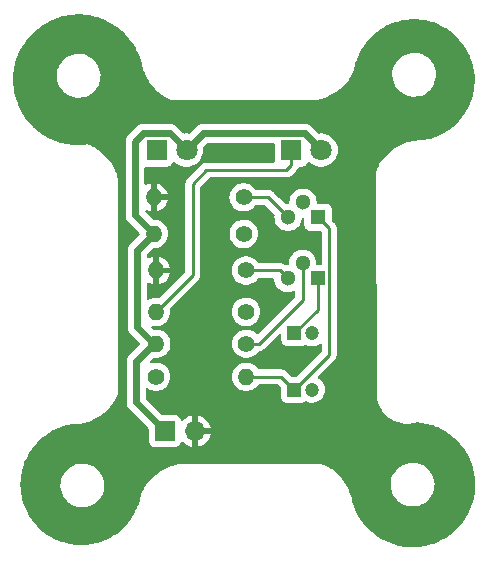
<source format=gbr>
%TF.GenerationSoftware,KiCad,Pcbnew,7.0.7*%
%TF.CreationDate,2023-10-16T17:51:31+02:00*%
%TF.ProjectId,bc546b-astable-multivibrator,62633534-3662-42d6-9173-7461626c652d,0*%
%TF.SameCoordinates,Original*%
%TF.FileFunction,Copper,L1,Top*%
%TF.FilePolarity,Positive*%
%FSLAX46Y46*%
G04 Gerber Fmt 4.6, Leading zero omitted, Abs format (unit mm)*
G04 Created by KiCad (PCBNEW 7.0.7) date 2023-10-16 17:51:31*
%MOMM*%
%LPD*%
G01*
G04 APERTURE LIST*
%TA.AperFunction,ComponentPad*%
%ADD10R,1.200000X1.200000*%
%TD*%
%TA.AperFunction,ComponentPad*%
%ADD11C,1.200000*%
%TD*%
%TA.AperFunction,ComponentPad*%
%ADD12R,1.800000X1.800000*%
%TD*%
%TA.AperFunction,ComponentPad*%
%ADD13C,1.800000*%
%TD*%
%TA.AperFunction,ComponentPad*%
%ADD14C,1.400000*%
%TD*%
%TA.AperFunction,ComponentPad*%
%ADD15O,1.400000X1.400000*%
%TD*%
%TA.AperFunction,ComponentPad*%
%ADD16R,1.700000X1.700000*%
%TD*%
%TA.AperFunction,ComponentPad*%
%ADD17O,1.700000X1.700000*%
%TD*%
%TA.AperFunction,ComponentPad*%
%ADD18R,1.300000X1.300000*%
%TD*%
%TA.AperFunction,ComponentPad*%
%ADD19C,1.300000*%
%TD*%
%TA.AperFunction,ViaPad*%
%ADD20C,0.800000*%
%TD*%
%TA.AperFunction,Conductor*%
%ADD21C,0.250000*%
%TD*%
%TA.AperFunction,Conductor*%
%ADD22C,0.600000*%
%TD*%
G04 APERTURE END LIST*
D10*
%TO.P,C2,1*%
%TO.N,Net-(BC546B2-C)*%
X101100000Y-73700000D03*
D11*
%TO.P,C2,2*%
%TO.N,/I2*%
X102600000Y-73700000D03*
%TD*%
D12*
%TO.P,D2,1,K*%
%TO.N,Net-(D2-K)*%
X89425000Y-58200000D03*
D13*
%TO.P,D2,2,A*%
%TO.N,+9V*%
X91965000Y-58200000D03*
%TD*%
D14*
%TO.P,R3,1*%
%TO.N,Net-(D2-K)*%
X89390000Y-77400000D03*
D15*
%TO.P,R3,2*%
%TO.N,Net-(BC546B1-C)*%
X97010000Y-77400000D03*
%TD*%
D12*
%TO.P,D1,1,K*%
%TO.N,Net-(D1-K)*%
X100825000Y-58200000D03*
D13*
%TO.P,D1,2,A*%
%TO.N,+9V*%
X103365000Y-58200000D03*
%TD*%
D16*
%TO.P,BT1,1,+*%
%TO.N,+9V*%
X90125000Y-82000000D03*
D17*
%TO.P,BT1,2,-*%
%TO.N,GND*%
X92665000Y-82000000D03*
%TD*%
D10*
%TO.P,C1,1*%
%TO.N,Net-(BC546B1-C)*%
X101077401Y-78500000D03*
D11*
%TO.P,C1,2*%
%TO.N,/I1*%
X102577401Y-78500000D03*
%TD*%
D14*
%TO.P,R1,1*%
%TO.N,/I1*%
X97020000Y-74600000D03*
D15*
%TO.P,R1,2*%
%TO.N,+9V*%
X89400000Y-74600000D03*
%TD*%
D14*
%TO.P,R4,1*%
%TO.N,Net-(BC546B2-C)*%
X97000000Y-71900000D03*
D15*
%TO.P,R4,2*%
%TO.N,Net-(D1-K)*%
X89380000Y-71900000D03*
%TD*%
D18*
%TO.P,BC546B1,1,C*%
%TO.N,Net-(BC546B1-C)*%
X103100000Y-63900000D03*
D19*
%TO.P,BC546B1,2,B*%
%TO.N,/I2*%
X101830000Y-62630000D03*
%TO.P,BC546B1,3,E*%
%TO.N,Net-(BC546B1-E)*%
X100560000Y-63900000D03*
%TD*%
D14*
%TO.P,R6,1*%
%TO.N,Net-(BC546B2-E)*%
X97000000Y-68400000D03*
D15*
%TO.P,R6,2*%
%TO.N,GND*%
X89380000Y-68400000D03*
%TD*%
D14*
%TO.P,R5,1*%
%TO.N,Net-(BC546B1-E)*%
X96800000Y-62200000D03*
D15*
%TO.P,R5,2*%
%TO.N,GND*%
X89180000Y-62200000D03*
%TD*%
D14*
%TO.P,R2,1*%
%TO.N,/I2*%
X96810000Y-65300000D03*
D15*
%TO.P,R2,2*%
%TO.N,+9V*%
X89190000Y-65300000D03*
%TD*%
D18*
%TO.P,BC546B2,1,C*%
%TO.N,Net-(BC546B2-C)*%
X103070000Y-69070000D03*
D19*
%TO.P,BC546B2,2,B*%
%TO.N,/I1*%
X101800000Y-67800000D03*
%TO.P,BC546B2,3,E*%
%TO.N,Net-(BC546B2-E)*%
X100530000Y-69070000D03*
%TD*%
D20*
%TO.N,GND*%
X90550000Y-66900000D03*
X93350000Y-79000000D03*
X93800000Y-68600000D03*
X87050000Y-65250000D03*
X100250000Y-65750000D03*
X97850000Y-58350000D03*
X97750000Y-70200000D03*
X106500000Y-56051386D03*
X92800000Y-74900000D03*
X87150000Y-55650000D03*
X93700000Y-62200000D03*
X103550000Y-82850000D03*
X97700000Y-81300000D03*
X94300000Y-58800000D03*
X86500000Y-82050000D03*
X105200000Y-70700000D03*
X102750000Y-60750000D03*
%TD*%
D21*
%TO.N,Net-(BC546B1-C)*%
X103100000Y-63900000D02*
X104045000Y-64845000D01*
X104045000Y-64845000D02*
X104045000Y-75532401D01*
X104045000Y-75532401D02*
X101077401Y-78500000D01*
X97010000Y-77400000D02*
X99977401Y-77400000D01*
X99977401Y-77400000D02*
X101077401Y-78500000D01*
%TO.N,Net-(BC546B1-E)*%
X96800000Y-62200000D02*
X98860000Y-62200000D01*
X98860000Y-62200000D02*
X100560000Y-63900000D01*
%TO.N,Net-(BC546B2-C)*%
X103070000Y-71730000D02*
X103070000Y-69070000D01*
X101100000Y-73700000D02*
X103070000Y-71730000D01*
%TO.N,/I1*%
X101800000Y-70865000D02*
X98065000Y-74600000D01*
X98065000Y-74600000D02*
X97020000Y-74600000D01*
X101800000Y-67800000D02*
X101800000Y-70865000D01*
%TO.N,Net-(BC546B2-E)*%
X99860000Y-68400000D02*
X100530000Y-69070000D01*
X97000000Y-68400000D02*
X99860000Y-68400000D01*
D22*
%TO.N,+9V*%
X87600000Y-63710000D02*
X87600000Y-57500000D01*
X88300000Y-56800000D02*
X90565000Y-56800000D01*
X87600000Y-57500000D02*
X88300000Y-56800000D01*
X90125000Y-82000000D02*
X87700000Y-79575000D01*
X87800000Y-73200000D02*
X87800000Y-66690000D01*
X90565000Y-56800000D02*
X91965000Y-58200000D01*
X89190000Y-65300000D02*
X87600000Y-63710000D01*
X101965000Y-56800000D02*
X103365000Y-58200000D01*
X87700000Y-79575000D02*
X87700000Y-76100000D01*
X93365000Y-56800000D02*
X101965000Y-56800000D01*
X87800000Y-66690000D02*
X89190000Y-65300000D01*
X91965000Y-58200000D02*
X93365000Y-56800000D01*
X87700000Y-76100000D02*
X89200000Y-74600000D01*
X89200000Y-74600000D02*
X87800000Y-73200000D01*
D21*
%TO.N,Net-(D1-K)*%
X92500000Y-61050000D02*
X93650000Y-59900000D01*
X93650000Y-59900000D02*
X100400000Y-59900000D01*
X100825000Y-59475000D02*
X100825000Y-58200000D01*
X89380000Y-71900000D02*
X92500000Y-68780000D01*
X92500000Y-68780000D02*
X92500000Y-61050000D01*
X100400000Y-59900000D02*
X100825000Y-59475000D01*
%TD*%
%TA.AperFunction,Conductor*%
%TO.N,GND*%
G36*
X99367539Y-57620185D02*
G01*
X99413294Y-57672989D01*
X99424500Y-57724500D01*
X99424501Y-59150500D01*
X99404816Y-59217539D01*
X99352013Y-59263294D01*
X99300501Y-59274500D01*
X93732743Y-59274500D01*
X93717122Y-59272775D01*
X93717095Y-59273061D01*
X93709333Y-59272326D01*
X93640172Y-59274500D01*
X93610649Y-59274500D01*
X93603778Y-59275367D01*
X93597959Y-59275825D01*
X93551374Y-59277289D01*
X93551368Y-59277290D01*
X93532126Y-59282880D01*
X93513087Y-59286823D01*
X93493217Y-59289334D01*
X93493203Y-59289337D01*
X93449883Y-59306488D01*
X93444358Y-59308380D01*
X93399613Y-59321380D01*
X93399610Y-59321381D01*
X93382366Y-59331579D01*
X93364905Y-59340133D01*
X93346274Y-59347510D01*
X93346262Y-59347517D01*
X93308570Y-59374902D01*
X93303687Y-59378109D01*
X93263580Y-59401829D01*
X93249414Y-59415995D01*
X93234624Y-59428627D01*
X93218414Y-59440404D01*
X93218411Y-59440407D01*
X93188710Y-59476309D01*
X93184777Y-59480631D01*
X92116208Y-60549199D01*
X92103951Y-60559020D01*
X92104134Y-60559241D01*
X92098123Y-60564213D01*
X92050772Y-60614636D01*
X92029889Y-60635519D01*
X92029877Y-60635532D01*
X92025621Y-60641017D01*
X92021837Y-60645447D01*
X91989937Y-60679418D01*
X91989936Y-60679420D01*
X91980284Y-60696976D01*
X91969610Y-60713226D01*
X91957329Y-60729061D01*
X91957324Y-60729068D01*
X91938815Y-60771838D01*
X91936245Y-60777084D01*
X91913803Y-60817906D01*
X91908822Y-60837307D01*
X91902521Y-60855710D01*
X91894562Y-60874102D01*
X91894561Y-60874105D01*
X91887271Y-60920127D01*
X91886087Y-60925846D01*
X91874501Y-60970972D01*
X91874500Y-60970982D01*
X91874500Y-60991016D01*
X91872973Y-61010416D01*
X91869839Y-61030194D01*
X91874224Y-61076580D01*
X91874499Y-61082417D01*
X91874499Y-68469546D01*
X91854814Y-68536585D01*
X91838180Y-68557227D01*
X89709892Y-70685515D01*
X89648569Y-70719000D01*
X89599426Y-70719722D01*
X89491243Y-70699500D01*
X89268757Y-70699500D01*
X89050060Y-70740382D01*
X88918864Y-70791207D01*
X88842601Y-70820752D01*
X88842598Y-70820753D01*
X88789776Y-70853459D01*
X88722416Y-70872013D01*
X88655716Y-70851205D01*
X88610856Y-70797639D01*
X88600500Y-70748031D01*
X88600500Y-69551381D01*
X88620185Y-69484342D01*
X88672989Y-69438587D01*
X88742147Y-69428643D01*
X88789778Y-69445955D01*
X88842813Y-69478793D01*
X88842822Y-69478798D01*
X89050195Y-69559135D01*
X89130000Y-69574052D01*
X89130000Y-68857898D01*
X89149685Y-68790859D01*
X89202489Y-68745104D01*
X89271647Y-68735160D01*
X89294259Y-68740615D01*
X89321595Y-68750000D01*
X89409004Y-68750000D01*
X89409005Y-68750000D01*
X89485590Y-68737220D01*
X89554955Y-68745602D01*
X89608777Y-68790155D01*
X89629968Y-68856733D01*
X89630000Y-68859529D01*
X89630000Y-69574052D01*
X89709804Y-69559135D01*
X89917177Y-69478798D01*
X89917179Y-69478797D01*
X90106261Y-69361721D01*
X90270608Y-69211900D01*
X90404631Y-69034425D01*
X90503760Y-68835349D01*
X90556495Y-68650000D01*
X89842047Y-68650000D01*
X89775008Y-68630315D01*
X89729253Y-68577511D01*
X89719309Y-68508353D01*
X89721842Y-68495557D01*
X89723979Y-68487114D01*
X89723982Y-68487108D01*
X89733628Y-68370698D01*
X89716849Y-68304438D01*
X89719475Y-68234619D01*
X89759431Y-68177302D01*
X89824032Y-68150686D01*
X89837055Y-68150000D01*
X90556495Y-68150000D01*
X90503760Y-67964650D01*
X90404631Y-67765574D01*
X90270608Y-67588099D01*
X90106261Y-67438278D01*
X89917179Y-67321202D01*
X89917177Y-67321201D01*
X89709799Y-67240864D01*
X89630000Y-67225946D01*
X89630000Y-67942101D01*
X89610315Y-68009140D01*
X89557511Y-68054895D01*
X89488353Y-68064839D01*
X89465738Y-68059383D01*
X89438406Y-68050000D01*
X89438405Y-68050000D01*
X89350995Y-68050000D01*
X89350994Y-68050000D01*
X89274408Y-68062779D01*
X89205043Y-68054396D01*
X89151222Y-68009843D01*
X89130031Y-67943264D01*
X89130000Y-67940470D01*
X89130000Y-67225946D01*
X89050200Y-67240864D01*
X88842822Y-67321201D01*
X88842815Y-67321205D01*
X88789777Y-67354045D01*
X88722416Y-67372600D01*
X88655717Y-67351792D01*
X88610856Y-67298227D01*
X88600500Y-67248618D01*
X88600500Y-67072940D01*
X88620185Y-67005901D01*
X88636819Y-66985259D01*
X89085259Y-66536819D01*
X89146582Y-66503334D01*
X89172940Y-66500500D01*
X89301241Y-66500500D01*
X89301243Y-66500500D01*
X89519940Y-66459618D01*
X89727401Y-66379247D01*
X89916562Y-66262124D01*
X90080981Y-66112236D01*
X90215058Y-65934689D01*
X90314229Y-65735528D01*
X90375115Y-65521536D01*
X90395643Y-65300000D01*
X90394774Y-65290627D01*
X90375115Y-65078464D01*
X90375114Y-65078462D01*
X90372758Y-65070183D01*
X90314229Y-64864472D01*
X90299646Y-64835185D01*
X90215061Y-64665316D01*
X90215056Y-64665308D01*
X90080979Y-64487761D01*
X89916562Y-64337876D01*
X89916560Y-64337874D01*
X89727404Y-64220754D01*
X89727398Y-64220752D01*
X89705483Y-64212262D01*
X89519940Y-64140382D01*
X89301243Y-64099500D01*
X89301241Y-64099500D01*
X89172940Y-64099500D01*
X89105901Y-64079815D01*
X89085259Y-64063181D01*
X88499248Y-63477170D01*
X88465763Y-63415847D01*
X88470747Y-63346155D01*
X88512619Y-63290222D01*
X88578083Y-63265805D01*
X88637177Y-63277496D01*
X88637476Y-63276727D01*
X88641845Y-63278419D01*
X88642206Y-63278491D01*
X88642824Y-63278799D01*
X88850195Y-63359135D01*
X88930000Y-63374052D01*
X88930000Y-62657898D01*
X88949685Y-62590859D01*
X89002489Y-62545104D01*
X89071647Y-62535160D01*
X89094259Y-62540615D01*
X89121595Y-62550000D01*
X89209004Y-62550000D01*
X89209005Y-62550000D01*
X89285590Y-62537220D01*
X89354955Y-62545602D01*
X89408777Y-62590155D01*
X89429968Y-62656733D01*
X89430000Y-62659529D01*
X89430000Y-63374052D01*
X89509804Y-63359135D01*
X89717177Y-63278798D01*
X89717179Y-63278797D01*
X89906261Y-63161721D01*
X90070608Y-63011900D01*
X90204631Y-62834425D01*
X90303760Y-62635349D01*
X90356495Y-62450000D01*
X89642047Y-62450000D01*
X89575008Y-62430315D01*
X89529253Y-62377511D01*
X89519309Y-62308353D01*
X89521842Y-62295557D01*
X89523979Y-62287114D01*
X89523982Y-62287108D01*
X89533628Y-62170698D01*
X89516849Y-62104438D01*
X89519475Y-62034619D01*
X89559431Y-61977302D01*
X89624032Y-61950686D01*
X89637055Y-61950000D01*
X90356495Y-61950000D01*
X90303760Y-61764650D01*
X90204631Y-61565574D01*
X90070608Y-61388099D01*
X89906261Y-61238278D01*
X89717179Y-61121202D01*
X89717177Y-61121201D01*
X89509799Y-61040864D01*
X89430000Y-61025946D01*
X89430000Y-61742101D01*
X89410315Y-61809140D01*
X89357511Y-61854895D01*
X89288353Y-61864839D01*
X89265738Y-61859383D01*
X89238406Y-61850000D01*
X89238405Y-61850000D01*
X89150995Y-61850000D01*
X89150994Y-61850000D01*
X89074408Y-61862779D01*
X89005043Y-61854396D01*
X88951222Y-61809843D01*
X88930031Y-61743264D01*
X88930000Y-61740470D01*
X88930000Y-61025946D01*
X88850200Y-61040864D01*
X88642822Y-61121201D01*
X88642815Y-61121205D01*
X88589777Y-61154045D01*
X88522416Y-61172600D01*
X88455717Y-61151792D01*
X88410856Y-61098227D01*
X88400500Y-61048618D01*
X88400500Y-59724499D01*
X88420185Y-59657460D01*
X88472989Y-59611705D01*
X88524495Y-59600499D01*
X90372872Y-59600499D01*
X90432483Y-59594091D01*
X90567331Y-59543796D01*
X90682546Y-59457546D01*
X90768796Y-59342331D01*
X90772806Y-59331579D01*
X90797455Y-59265493D01*
X90839326Y-59209559D01*
X90904790Y-59185141D01*
X90973063Y-59199992D01*
X91004866Y-59224843D01*
X91012302Y-59232920D01*
X91013215Y-59233912D01*
X91013222Y-59233918D01*
X91196365Y-59376464D01*
X91196371Y-59376468D01*
X91196374Y-59376470D01*
X91400497Y-59486936D01*
X91514487Y-59526068D01*
X91620015Y-59562297D01*
X91620017Y-59562297D01*
X91620019Y-59562298D01*
X91848951Y-59600500D01*
X91848952Y-59600500D01*
X92081048Y-59600500D01*
X92081049Y-59600500D01*
X92309981Y-59562298D01*
X92529503Y-59486936D01*
X92733626Y-59376470D01*
X92916784Y-59233913D01*
X93073979Y-59063153D01*
X93200924Y-58868849D01*
X93294157Y-58656300D01*
X93351134Y-58431305D01*
X93351135Y-58431297D01*
X93370300Y-58200006D01*
X93370300Y-58199994D01*
X93354139Y-58004963D01*
X93368220Y-57936527D01*
X93390027Y-57907049D01*
X93660260Y-57636816D01*
X93721582Y-57603334D01*
X93747940Y-57600500D01*
X99300500Y-57600500D01*
X99367539Y-57620185D01*
G37*
%TD.AperFunction*%
%TA.AperFunction,Conductor*%
G36*
X83084004Y-46726642D02*
G01*
X83087737Y-46726822D01*
X83297794Y-46743372D01*
X83550117Y-46768980D01*
X83553903Y-46769485D01*
X83760849Y-46803735D01*
X84010972Y-46850536D01*
X84014839Y-46851388D01*
X84216995Y-46902878D01*
X84463325Y-46970734D01*
X84467213Y-46971944D01*
X84662962Y-47040040D01*
X84903956Y-47128731D01*
X84907822Y-47130305D01*
X85095545Y-47214175D01*
X85329659Y-47323382D01*
X85333437Y-47325307D01*
X85439175Y-47383836D01*
X85511615Y-47423934D01*
X85737422Y-47553312D01*
X85741116Y-47555606D01*
X85908144Y-47667668D01*
X86124309Y-47816869D01*
X86127856Y-47819511D01*
X86262361Y-47927464D01*
X86282291Y-47943460D01*
X86487545Y-48112161D01*
X86490953Y-48115180D01*
X86631245Y-48248976D01*
X86786233Y-48399804D01*
X86824576Y-48437117D01*
X86827788Y-48440488D01*
X86881794Y-48501605D01*
X86952376Y-48581481D01*
X87132953Y-48789385D01*
X87135929Y-48793091D01*
X87239691Y-48932943D01*
X87243123Y-48937568D01*
X87276816Y-48983649D01*
X87410483Y-49166464D01*
X87413196Y-49170497D01*
X87500870Y-49312559D01*
X87504516Y-49318539D01*
X87655175Y-49565651D01*
X87657577Y-49569971D01*
X87722312Y-49698186D01*
X87865277Y-49984098D01*
X87867351Y-49988706D01*
X87900483Y-50071137D01*
X87911887Y-50099703D01*
X88038653Y-50417231D01*
X88040376Y-50422135D01*
X88174992Y-50863545D01*
X88184508Y-50900094D01*
X88185360Y-50903838D01*
X88213689Y-51048985D01*
X88213696Y-51049014D01*
X88281361Y-51282068D01*
X88298532Y-51351593D01*
X88305002Y-51363494D01*
X88319428Y-51413179D01*
X88429014Y-51693665D01*
X88442586Y-51731907D01*
X88445874Y-51736817D01*
X88457431Y-51766397D01*
X88626584Y-52105801D01*
X88769346Y-52337482D01*
X88825528Y-52428657D01*
X88975121Y-52628682D01*
X89012046Y-52678056D01*
X89052644Y-52732340D01*
X89103762Y-52789228D01*
X89306102Y-53014407D01*
X89306106Y-53014411D01*
X89306109Y-53014414D01*
X89583850Y-53272576D01*
X89583864Y-53272588D01*
X89800916Y-53440692D01*
X89883678Y-53504790D01*
X89910418Y-53521896D01*
X89913486Y-53525421D01*
X89949419Y-53546844D01*
X90179611Y-53694097D01*
X90203133Y-53709144D01*
X90203138Y-53709147D01*
X90249014Y-53732984D01*
X90256758Y-53740415D01*
X90324290Y-53772097D01*
X90539633Y-53883990D01*
X90539638Y-53883992D01*
X90680201Y-53941671D01*
X90680394Y-53941825D01*
X90723650Y-53959483D01*
X90740901Y-53955987D01*
X103021680Y-53946406D01*
X103036928Y-53950870D01*
X103048445Y-53948640D01*
X103060950Y-53947439D01*
X103072376Y-53943995D01*
X103246277Y-53910053D01*
X103480614Y-53842011D01*
X103549558Y-53824983D01*
X103561363Y-53818565D01*
X103610458Y-53804310D01*
X103846852Y-53711947D01*
X103892538Y-53694097D01*
X103929945Y-53680821D01*
X103934752Y-53677602D01*
X103963676Y-53666302D01*
X104303079Y-53497143D01*
X104625927Y-53298199D01*
X104929612Y-53071077D01*
X105211683Y-52817610D01*
X105469861Y-52539846D01*
X105702063Y-52240026D01*
X105718802Y-52213858D01*
X105722251Y-52210855D01*
X105743199Y-52175718D01*
X105906412Y-51920573D01*
X105922084Y-51890411D01*
X109390399Y-51890411D01*
X109420025Y-52159661D01*
X109420027Y-52159672D01*
X109488538Y-52421730D01*
X109488540Y-52421736D01*
X109594482Y-52671038D01*
X109648257Y-52759151D01*
X109735591Y-52902253D01*
X109735598Y-52902263D01*
X109908865Y-53110467D01*
X109908871Y-53110472D01*
X110033382Y-53222034D01*
X110110610Y-53291230D01*
X110336522Y-53440692D01*
X110581788Y-53555668D01*
X110581795Y-53555670D01*
X110581797Y-53555671D01*
X110841169Y-53633705D01*
X110841176Y-53633706D01*
X110841181Y-53633708D01*
X111109173Y-53673148D01*
X111109178Y-53673148D01*
X111312248Y-53673148D01*
X111363745Y-53669378D01*
X111514768Y-53658325D01*
X111627370Y-53633241D01*
X111779158Y-53599430D01*
X111779160Y-53599429D01*
X111779165Y-53599428D01*
X112032170Y-53502662D01*
X112268389Y-53370089D01*
X112482789Y-53204536D01*
X112670798Y-53009529D01*
X112828411Y-52789227D01*
X112936033Y-52579901D01*
X112952261Y-52548338D01*
X112952263Y-52548332D01*
X112952268Y-52548323D01*
X113039730Y-52291953D01*
X113088931Y-52025581D01*
X113098824Y-51754883D01*
X113069198Y-51485630D01*
X113000684Y-51223560D01*
X112894742Y-50974258D01*
X112753630Y-50743038D01*
X112700236Y-50678878D01*
X112580358Y-50534828D01*
X112580352Y-50534823D01*
X112378614Y-50354066D01*
X112152704Y-50204605D01*
X112095398Y-50177741D01*
X111907436Y-50089628D01*
X111907431Y-50089626D01*
X111907426Y-50089624D01*
X111648054Y-50011590D01*
X111648040Y-50011587D01*
X111532403Y-49994569D01*
X111380051Y-49972148D01*
X111176981Y-49972148D01*
X111176976Y-49972148D01*
X110974456Y-49986971D01*
X110974443Y-49986973D01*
X110710065Y-50045865D01*
X110710058Y-50045868D01*
X110457051Y-50142635D01*
X110220838Y-50275205D01*
X110220836Y-50275206D01*
X110220835Y-50275207D01*
X110158505Y-50323336D01*
X110006434Y-50440760D01*
X109818434Y-50635757D01*
X109818428Y-50635764D01*
X109660814Y-50856067D01*
X109660811Y-50856072D01*
X109536962Y-51096957D01*
X109536955Y-51096975D01*
X109449496Y-51353333D01*
X109449493Y-51353347D01*
X109400293Y-51619716D01*
X109400292Y-51619723D01*
X109390399Y-51890411D01*
X105922084Y-51890411D01*
X105929987Y-51875200D01*
X105937331Y-51867547D01*
X105968735Y-51800625D01*
X106081260Y-51584064D01*
X106139411Y-51442342D01*
X106149778Y-51429288D01*
X106150955Y-51422293D01*
X106158538Y-51395740D01*
X106162055Y-51387176D01*
X106160635Y-51374468D01*
X106161485Y-51370099D01*
X106244911Y-50979799D01*
X106246244Y-50974652D01*
X106269007Y-50900094D01*
X106349087Y-50637802D01*
X106374477Y-50555373D01*
X106376167Y-50550600D01*
X106489066Y-50269630D01*
X106540812Y-50142369D01*
X106542891Y-50137799D01*
X106669611Y-49886981D01*
X106742237Y-49745271D01*
X106744641Y-49741008D01*
X106886062Y-49512181D01*
X106977219Y-49367104D01*
X106979937Y-49363131D01*
X107135857Y-49153415D01*
X107139591Y-49148489D01*
X107244028Y-49010646D01*
X107246977Y-49007049D01*
X107416853Y-48815332D01*
X107540639Y-48678612D01*
X107543819Y-48675355D01*
X107726646Y-48501594D01*
X107864780Y-48373524D01*
X107868194Y-48370583D01*
X108063014Y-48214889D01*
X108214110Y-48097572D01*
X108217690Y-48094992D01*
X108423217Y-47957831D01*
X108586001Y-47852844D01*
X108589633Y-47850678D01*
X108804686Y-47732429D01*
X108977568Y-47641231D01*
X108981344Y-47639401D01*
X109204389Y-47540601D01*
X109385971Y-47464254D01*
X109389825Y-47462782D01*
X109619403Y-47383828D01*
X109808161Y-47323235D01*
X109811981Y-47322144D01*
X110046568Y-47263371D01*
X110240940Y-47219247D01*
X110244739Y-47218511D01*
X110482660Y-47180180D01*
X110681027Y-47153069D01*
X110684789Y-47152672D01*
X110924479Y-47134905D01*
X111125199Y-47125177D01*
X111128896Y-47125110D01*
X111368651Y-47127929D01*
X111570114Y-47135785D01*
X111573657Y-47136026D01*
X111811820Y-47159323D01*
X112012389Y-47184804D01*
X112015837Y-47185342D01*
X112250758Y-47228882D01*
X112448768Y-47271867D01*
X112452079Y-47272682D01*
X112682065Y-47336086D01*
X112875983Y-47396319D01*
X112879081Y-47397372D01*
X113102572Y-47480159D01*
X113290833Y-47557229D01*
X113293745Y-47558511D01*
X113509103Y-47660029D01*
X113690178Y-47753371D01*
X113692913Y-47754869D01*
X113898651Y-47874381D01*
X114071064Y-47983283D01*
X114073551Y-47984940D01*
X114268220Y-48121578D01*
X114289811Y-48138017D01*
X114430646Y-48245249D01*
X114432922Y-48247068D01*
X114615116Y-48399829D01*
X114766237Y-48537304D01*
X114768198Y-48539171D01*
X114936689Y-48707024D01*
X114962918Y-48735448D01*
X115076181Y-48858193D01*
X115230532Y-49040869D01*
X115356302Y-49203644D01*
X115493646Y-49397747D01*
X115495217Y-49400078D01*
X115605508Y-49571975D01*
X115725726Y-49777133D01*
X115727139Y-49779680D01*
X115821943Y-49960430D01*
X115924179Y-50175192D01*
X115925409Y-50177946D01*
X116003997Y-50366099D01*
X116087495Y-50588909D01*
X116088515Y-50591856D01*
X116150316Y-50785949D01*
X116214460Y-51015218D01*
X116215247Y-51018341D01*
X116259810Y-51216813D01*
X116304124Y-51450950D01*
X116304654Y-51454230D01*
X116331673Y-51655470D01*
X116355797Y-51892796D01*
X116356050Y-51896212D01*
X116365382Y-52098653D01*
X116369097Y-52337482D01*
X116369052Y-52341010D01*
X116360698Y-52543009D01*
X116343917Y-52781673D01*
X116343557Y-52785284D01*
X116317674Y-52985239D01*
X116280446Y-53222034D01*
X116279755Y-53225701D01*
X116236656Y-53422003D01*
X116179144Y-53655303D01*
X116178112Y-53658995D01*
X116118275Y-53850043D01*
X116040782Y-54078190D01*
X116039398Y-54081876D01*
X115963445Y-54266167D01*
X115866372Y-54487578D01*
X115864631Y-54491222D01*
X115773376Y-54667227D01*
X115657237Y-54880355D01*
X115655135Y-54883923D01*
X115549540Y-55050230D01*
X115414924Y-55253611D01*
X115412462Y-55257067D01*
X115293669Y-55412327D01*
X115141247Y-55604543D01*
X115138430Y-55607851D01*
X115007802Y-55750765D01*
X114838249Y-55930525D01*
X114835083Y-55933649D01*
X114694206Y-56063030D01*
X114508196Y-56229113D01*
X114504693Y-56232016D01*
X114355392Y-56346814D01*
X114153566Y-56498061D01*
X114149741Y-56500709D01*
X113994266Y-56599945D01*
X113776993Y-56735367D01*
X113772865Y-56737726D01*
X113614062Y-56820539D01*
X113381313Y-56939240D01*
X113376904Y-56941275D01*
X113218597Y-57006960D01*
X112969465Y-57108164D01*
X112964800Y-57109845D01*
X112812979Y-57157791D01*
X112544568Y-57240855D01*
X112539677Y-57242153D01*
X112405497Y-57271947D01*
X112109748Y-57336335D01*
X112104662Y-57337222D01*
X112019091Y-57348506D01*
X111669911Y-57393668D01*
X111664613Y-57394123D01*
X111270096Y-57411047D01*
X111257260Y-57407868D01*
X111236537Y-57411269D01*
X111216461Y-57412905D01*
X111202730Y-57412905D01*
X111192863Y-57418292D01*
X111186577Y-57419490D01*
X111035839Y-57444206D01*
X110796978Y-57506482D01*
X110727176Y-57521605D01*
X110714762Y-57527917D01*
X110661911Y-57541697D01*
X110661909Y-57541697D01*
X110373946Y-57646056D01*
X110335820Y-57658490D01*
X110330736Y-57661716D01*
X110298595Y-57673364D01*
X109949014Y-57838077D01*
X109781162Y-57937095D01*
X109616168Y-58034426D01*
X109616162Y-58034430D01*
X109616161Y-58034430D01*
X109302918Y-58260720D01*
X109011948Y-58515017D01*
X108745740Y-58795156D01*
X108506593Y-59098713D01*
X108488005Y-59127420D01*
X108484388Y-59130531D01*
X108462993Y-59166048D01*
X108296562Y-59423077D01*
X108271241Y-59471479D01*
X108263573Y-59479424D01*
X108231813Y-59546848D01*
X108117422Y-59765512D01*
X108058362Y-59909408D01*
X108058206Y-59909601D01*
X108044141Y-59944058D01*
X108040919Y-59951909D01*
X108040844Y-59952077D01*
X108040840Y-59952102D01*
X108040580Y-59952734D01*
X108044071Y-59969967D01*
X108076596Y-78948354D01*
X108074031Y-78957143D01*
X108076549Y-78992919D01*
X108076698Y-78996490D01*
X108076698Y-78996525D01*
X108076948Y-78998407D01*
X108087530Y-79141353D01*
X108120414Y-79314106D01*
X108120945Y-79317365D01*
X108131476Y-79395002D01*
X108139304Y-79413345D01*
X108142518Y-79430226D01*
X108142519Y-79430230D01*
X108151200Y-79458069D01*
X108202766Y-79623434D01*
X108203547Y-79626156D01*
X108220744Y-79691692D01*
X108228020Y-79704416D01*
X108230062Y-79710965D01*
X108325798Y-79927403D01*
X108344999Y-79975701D01*
X108346221Y-79977357D01*
X108347406Y-79976751D01*
X108349018Y-79979898D01*
X108491280Y-80222350D01*
X108496814Y-80232476D01*
X108497641Y-80233265D01*
X108550782Y-80303927D01*
X108674587Y-80468552D01*
X108677935Y-80472082D01*
X108680294Y-80474937D01*
X108681518Y-80475859D01*
X108865061Y-80669364D01*
X108876961Y-80681910D01*
X108890138Y-80692956D01*
X108891872Y-80694612D01*
X108892670Y-80695079D01*
X108988722Y-80775594D01*
X109102322Y-80870820D01*
X109127203Y-80887244D01*
X109127863Y-80887741D01*
X109128136Y-80887861D01*
X109321926Y-81015786D01*
X109322055Y-81015938D01*
X109322856Y-81016400D01*
X109347739Y-81032826D01*
X109591733Y-81156546D01*
X109592185Y-81156972D01*
X109594673Y-81158037D01*
X109610016Y-81165817D01*
X109876288Y-81264558D01*
X109877113Y-81265173D01*
X109881161Y-81266366D01*
X109885728Y-81268059D01*
X109885730Y-81268059D01*
X109885737Y-81268062D01*
X110171311Y-81338228D01*
X110171322Y-81338229D01*
X110171630Y-81338305D01*
X110172349Y-81338723D01*
X110184108Y-81339858D01*
X110421839Y-81370155D01*
X110463019Y-81375403D01*
X110466552Y-81375650D01*
X110466422Y-81377500D01*
X110520368Y-81376124D01*
X110748401Y-81378993D01*
X110757061Y-81379102D01*
X110757061Y-81379101D01*
X110757063Y-81379102D01*
X110763877Y-81378407D01*
X110775391Y-81380549D01*
X110845460Y-81370155D01*
X110848255Y-81369804D01*
X111049615Y-81349276D01*
X111066381Y-81345601D01*
X111082260Y-81346711D01*
X111161855Y-81324764D01*
X111165043Y-81323975D01*
X111336863Y-81286315D01*
X111449492Y-81247738D01*
X111503552Y-81241829D01*
X111925562Y-81289392D01*
X111930795Y-81290210D01*
X112273268Y-81358976D01*
X112375142Y-81379706D01*
X112380147Y-81380944D01*
X112671626Y-81466052D01*
X112708310Y-81476934D01*
X112816399Y-81508999D01*
X112821164Y-81510627D01*
X113085523Y-81613167D01*
X113196510Y-81656987D01*
X113244747Y-81676032D01*
X113249282Y-81678034D01*
X113493968Y-81798031D01*
X113657032Y-81879570D01*
X113661235Y-81881881D01*
X113888853Y-82018903D01*
X114050053Y-82118031D01*
X114053994Y-82120668D01*
X114265096Y-82273876D01*
X114420968Y-82389681D01*
X114424545Y-82392552D01*
X114619120Y-82561062D01*
X114766893Y-82692411D01*
X114770147Y-82695523D01*
X114898991Y-82828096D01*
X114947699Y-82878214D01*
X115085281Y-83023979D01*
X115088190Y-83027290D01*
X115159696Y-83114779D01*
X115248103Y-83222948D01*
X115373730Y-83381883D01*
X115376287Y-83385360D01*
X115517918Y-83592704D01*
X115630055Y-83763405D01*
X115632245Y-83766999D01*
X115754933Y-83984620D01*
X115852356Y-84165706D01*
X115854179Y-84169381D01*
X115957286Y-84395741D01*
X116038944Y-84585730D01*
X116040403Y-84589450D01*
X116123413Y-84823006D01*
X116127209Y-84834528D01*
X116188427Y-85020327D01*
X116189528Y-85024056D01*
X116252009Y-85263193D01*
X116299686Y-85466227D01*
X116300438Y-85469934D01*
X116342061Y-85712946D01*
X116371883Y-85920082D01*
X116372299Y-85923734D01*
X116392869Y-86168911D01*
X116404479Y-86378452D01*
X116404574Y-86382021D01*
X116404027Y-86627663D01*
X116397232Y-86837915D01*
X116397024Y-86841372D01*
X116375426Y-87085730D01*
X116350204Y-87294986D01*
X116349713Y-87298307D01*
X116307270Y-87539647D01*
X116263749Y-87746264D01*
X116262996Y-87749425D01*
X116200053Y-87986024D01*
X116138532Y-88188301D01*
X116137542Y-88191284D01*
X116054570Y-88421484D01*
X115975490Y-88617820D01*
X115974288Y-88620608D01*
X115871914Y-88842732D01*
X115775857Y-89031581D01*
X115774467Y-89034161D01*
X115653441Y-89246622D01*
X115541147Y-89426456D01*
X115539598Y-89428816D01*
X115400780Y-89630112D01*
X115336362Y-89715587D01*
X115272307Y-89800579D01*
X115115837Y-89990296D01*
X114972926Y-90148871D01*
X114801741Y-90323448D01*
X114799719Y-90325418D01*
X114644531Y-90469895D01*
X114458991Y-90629138D01*
X114456723Y-90630994D01*
X114289604Y-90761238D01*
X114091018Y-90904016D01*
X114088510Y-90905728D01*
X113910797Y-91020736D01*
X113700622Y-91145984D01*
X113697882Y-91147524D01*
X113510998Y-91246422D01*
X113290672Y-91353257D01*
X113287711Y-91354598D01*
X113093205Y-91436622D01*
X112864326Y-91524229D01*
X112861160Y-91525344D01*
X112715909Y-91572102D01*
X112660528Y-91589929D01*
X112424756Y-91657632D01*
X112421402Y-91658495D01*
X112216282Y-91705179D01*
X111975235Y-91752464D01*
X111971714Y-91753050D01*
X111763806Y-91781529D01*
X111519183Y-91807997D01*
X111515518Y-91808284D01*
X111306491Y-91818427D01*
X111243205Y-91819809D01*
X111060000Y-91823812D01*
X111056226Y-91823780D01*
X110847809Y-91815614D01*
X110770838Y-91810675D01*
X110601161Y-91799787D01*
X110597299Y-91799417D01*
X110391203Y-91773141D01*
X110146121Y-91736098D01*
X110142195Y-91735374D01*
X110099643Y-91726106D01*
X109940135Y-91691364D01*
X109698265Y-91633213D01*
X109694311Y-91632123D01*
X109498019Y-91570950D01*
X109261012Y-91491916D01*
X109257066Y-91490450D01*
X109068167Y-91412857D01*
X108837618Y-91313256D01*
X108833718Y-91311407D01*
X108680169Y-91231975D01*
X108653828Y-91218348D01*
X108431302Y-91098588D01*
X108427485Y-91096355D01*
X108258206Y-90989031D01*
X108197661Y-90949394D01*
X108045049Y-90849482D01*
X108041386Y-90846887D01*
X107884295Y-90726796D01*
X107681873Y-90567877D01*
X107678348Y-90564890D01*
X107597763Y-90491258D01*
X107534977Y-90433889D01*
X107380138Y-90289204D01*
X107344421Y-90255829D01*
X107341091Y-90252469D01*
X107245961Y-90148871D01*
X107213056Y-90113037D01*
X107035249Y-89915687D01*
X107032157Y-89911972D01*
X107022197Y-89899010D01*
X106921138Y-89767486D01*
X106756727Y-89550054D01*
X106753899Y-89545986D01*
X106661925Y-89401704D01*
X106653731Y-89388678D01*
X106510890Y-89161599D01*
X106508408Y-89157270D01*
X106438716Y-89023359D01*
X106299648Y-88753318D01*
X106297502Y-88748687D01*
X106270740Y-88683989D01*
X106257733Y-88652542D01*
X106125077Y-88329491D01*
X106123267Y-88324480D01*
X106072444Y-88162315D01*
X105988933Y-87895851D01*
X105987247Y-87889196D01*
X105951591Y-87706520D01*
X105951590Y-87706517D01*
X105951587Y-87706501D01*
X105883609Y-87472386D01*
X105866558Y-87403350D01*
X105860128Y-87391519D01*
X105855207Y-87374571D01*
X105845843Y-87342322D01*
X105735733Y-87060506D01*
X105722412Y-87022970D01*
X105719178Y-87018136D01*
X105719073Y-87017868D01*
X105707835Y-86989104D01*
X105538676Y-86649702D01*
X105538675Y-86649701D01*
X105538673Y-86649696D01*
X105504317Y-86593944D01*
X109254728Y-86593944D01*
X109284354Y-86863194D01*
X109284356Y-86863205D01*
X109342532Y-87085730D01*
X109352869Y-87125269D01*
X109458811Y-87374571D01*
X109599920Y-87605786D01*
X109599927Y-87605796D01*
X109773194Y-87814000D01*
X109773200Y-87814005D01*
X109861671Y-87893275D01*
X109974939Y-87994763D01*
X110200851Y-88144225D01*
X110446117Y-88259201D01*
X110446124Y-88259203D01*
X110446126Y-88259204D01*
X110705498Y-88337238D01*
X110705505Y-88337239D01*
X110705510Y-88337241D01*
X110973502Y-88376681D01*
X110973507Y-88376681D01*
X111176577Y-88376681D01*
X111228074Y-88372911D01*
X111379097Y-88361858D01*
X111535445Y-88327030D01*
X111643487Y-88302963D01*
X111643489Y-88302962D01*
X111643494Y-88302961D01*
X111896499Y-88206195D01*
X112132718Y-88073622D01*
X112347118Y-87908069D01*
X112535127Y-87713062D01*
X112692740Y-87492760D01*
X112770086Y-87342321D01*
X112816590Y-87251871D01*
X112816592Y-87251865D01*
X112816597Y-87251856D01*
X112904059Y-86995486D01*
X112953260Y-86729114D01*
X112963153Y-86458416D01*
X112933527Y-86189163D01*
X112865013Y-85927093D01*
X112759071Y-85677791D01*
X112617959Y-85446571D01*
X112556648Y-85372898D01*
X112444687Y-85238361D01*
X112444681Y-85238356D01*
X112242943Y-85057599D01*
X112017033Y-84908138D01*
X112017031Y-84908137D01*
X111771765Y-84793161D01*
X111771760Y-84793159D01*
X111771755Y-84793157D01*
X111512383Y-84715123D01*
X111512369Y-84715120D01*
X111396732Y-84698102D01*
X111244380Y-84675681D01*
X111041310Y-84675681D01*
X111041305Y-84675681D01*
X110838785Y-84690504D01*
X110838772Y-84690506D01*
X110574394Y-84749398D01*
X110574387Y-84749401D01*
X110321380Y-84846168D01*
X110085167Y-84978738D01*
X110085165Y-84978739D01*
X110085164Y-84978740D01*
X110037699Y-85015391D01*
X109870763Y-85144293D01*
X109682763Y-85339290D01*
X109682757Y-85339297D01*
X109525143Y-85559600D01*
X109525140Y-85559605D01*
X109401291Y-85800490D01*
X109401284Y-85800508D01*
X109313825Y-86056866D01*
X109313822Y-86056880D01*
X109299758Y-86133025D01*
X109275323Y-86265316D01*
X109264622Y-86323249D01*
X109264621Y-86323256D01*
X109254728Y-86593944D01*
X105504317Y-86593944D01*
X105439523Y-86488796D01*
X105339733Y-86326855D01*
X105112611Y-86023170D01*
X105094708Y-86003247D01*
X104859144Y-85741097D01*
X104581391Y-85482926D01*
X104581383Y-85482920D01*
X104281569Y-85250721D01*
X104281568Y-85250720D01*
X104281565Y-85250718D01*
X104255301Y-85233917D01*
X104252287Y-85230454D01*
X104216967Y-85209395D01*
X103962113Y-85046367D01*
X103939471Y-85034602D01*
X103916663Y-85022751D01*
X103908993Y-85015391D01*
X103841942Y-84983926D01*
X103625611Y-84871520D01*
X103625608Y-84871519D01*
X103544406Y-84838198D01*
X103543890Y-84837785D01*
X103450189Y-84799537D01*
X103450190Y-84799537D01*
X103449727Y-84799348D01*
X103449726Y-84799348D01*
X103442614Y-84796445D01*
X103442578Y-84796429D01*
X103441781Y-84796104D01*
X103424664Y-84799548D01*
X91251587Y-84823275D01*
X91236038Y-84818742D01*
X91230061Y-84819909D01*
X91229059Y-84819815D01*
X91224961Y-84820828D01*
X91221973Y-84821488D01*
X91026525Y-84859644D01*
X90791316Y-84927946D01*
X90722766Y-84944879D01*
X90711023Y-84951263D01*
X90662348Y-84965397D01*
X90379161Y-85076052D01*
X90342341Y-85089120D01*
X90337613Y-85092286D01*
X90309143Y-85103410D01*
X89969720Y-85272589D01*
X89646889Y-85471531D01*
X89343207Y-85698655D01*
X89343196Y-85698664D01*
X89061131Y-85952129D01*
X89061129Y-85952132D01*
X88802964Y-86229883D01*
X88802951Y-86229898D01*
X88570761Y-86529700D01*
X88554279Y-86555465D01*
X88550884Y-86558418D01*
X88530239Y-86593043D01*
X88366411Y-86849145D01*
X88366406Y-86849152D01*
X88366403Y-86849159D01*
X88359108Y-86863199D01*
X88343017Y-86894166D01*
X88335733Y-86901755D01*
X88304502Y-86968288D01*
X88191552Y-87185661D01*
X88191549Y-87185666D01*
X88133365Y-87327459D01*
X88123127Y-87340367D01*
X88121819Y-87347958D01*
X88114523Y-87373514D01*
X88110774Y-87382752D01*
X88112206Y-87394958D01*
X88111228Y-87400049D01*
X88027738Y-87790535D01*
X88026402Y-87795690D01*
X87923478Y-88132573D01*
X87897914Y-88215512D01*
X87896186Y-88220387D01*
X87783173Y-88501388D01*
X87731195Y-88629101D01*
X87729094Y-88633714D01*
X87602247Y-88884511D01*
X87529304Y-89026682D01*
X87526862Y-89031006D01*
X87385283Y-89259802D01*
X87293771Y-89405259D01*
X87291022Y-89409271D01*
X87134881Y-89618986D01*
X87026350Y-89762022D01*
X87023328Y-89765702D01*
X86853245Y-89957343D01*
X86729060Y-90094276D01*
X86725803Y-90097607D01*
X86542652Y-90271355D01*
X86404137Y-90399534D01*
X86400681Y-90402504D01*
X86205514Y-90558139D01*
X86054024Y-90675503D01*
X86050407Y-90678103D01*
X85844461Y-90815194D01*
X85681339Y-90920123D01*
X85677599Y-90922347D01*
X85462234Y-91040404D01*
X85288884Y-91131555D01*
X85285057Y-91133402D01*
X85061672Y-91231975D01*
X84879627Y-91308206D01*
X84875751Y-91309678D01*
X84645814Y-91388359D01*
X84456635Y-91448759D01*
X84452744Y-91449863D01*
X84217848Y-91508298D01*
X84023076Y-91552164D01*
X84019204Y-91552907D01*
X83780962Y-91590853D01*
X83582211Y-91617647D01*
X83578392Y-91618042D01*
X83338440Y-91635366D01*
X83137344Y-91644719D01*
X83133607Y-91644780D01*
X82893618Y-91641468D01*
X82691835Y-91633181D01*
X82688209Y-91632925D01*
X82449851Y-91609089D01*
X82248992Y-91583120D01*
X82245504Y-91582568D01*
X82010473Y-91538453D01*
X81812201Y-91494927D01*
X81808873Y-91494100D01*
X81578756Y-91430063D01*
X81384679Y-91369258D01*
X81381532Y-91368178D01*
X81158004Y-91284733D01*
X80969663Y-91207063D01*
X80966714Y-91205756D01*
X80751346Y-91103532D01*
X80629690Y-91040404D01*
X80570249Y-91009559D01*
X80567532Y-91008061D01*
X80361844Y-90887812D01*
X80189472Y-90778252D01*
X80186963Y-90776570D01*
X79992435Y-90639187D01*
X79830127Y-90514846D01*
X79827862Y-90513024D01*
X79645902Y-90359520D01*
X79494978Y-90221370D01*
X79492945Y-90219422D01*
X79324818Y-90050876D01*
X79185582Y-89899010D01*
X79035178Y-89719818D01*
X79031624Y-89715583D01*
X78906207Y-89552141D01*
X78843901Y-89463450D01*
X78769325Y-89357292D01*
X78767784Y-89354988D01*
X78707176Y-89259802D01*
X78657916Y-89182438D01*
X78538255Y-88976576D01*
X78536848Y-88974019D01*
X78442537Y-88792628D01*
X78424014Y-88753350D01*
X78340961Y-88577234D01*
X78339740Y-88574472D01*
X78261722Y-88385716D01*
X78223425Y-88282342D01*
X78178948Y-88162285D01*
X78177949Y-88159360D01*
X78150159Y-88070911D01*
X78116796Y-87964725D01*
X78053441Y-87734834D01*
X78052696Y-87731830D01*
X78008837Y-87532803D01*
X77965404Y-87298175D01*
X77964896Y-87294951D01*
X77938650Y-87093220D01*
X77915478Y-86855492D01*
X77915241Y-86852108D01*
X77907619Y-86670093D01*
X81292000Y-86670093D01*
X81321626Y-86939343D01*
X81321628Y-86939354D01*
X81390139Y-87201412D01*
X81390141Y-87201418D01*
X81496083Y-87450720D01*
X81541225Y-87524687D01*
X81637192Y-87681935D01*
X81637199Y-87681945D01*
X81810466Y-87890149D01*
X81810472Y-87890154D01*
X81893654Y-87964685D01*
X82012211Y-88070912D01*
X82238123Y-88220374D01*
X82483389Y-88335350D01*
X82483396Y-88335352D01*
X82483398Y-88335353D01*
X82742770Y-88413387D01*
X82742777Y-88413388D01*
X82742782Y-88413390D01*
X83010774Y-88452830D01*
X83010779Y-88452830D01*
X83213849Y-88452830D01*
X83265346Y-88449060D01*
X83416369Y-88438007D01*
X83528971Y-88412923D01*
X83680759Y-88379112D01*
X83680761Y-88379111D01*
X83680766Y-88379110D01*
X83933771Y-88282344D01*
X84169990Y-88149771D01*
X84384390Y-87984218D01*
X84572399Y-87789211D01*
X84730012Y-87568909D01*
X84819446Y-87394958D01*
X84853862Y-87328020D01*
X84853864Y-87328014D01*
X84853869Y-87328005D01*
X84941331Y-87071635D01*
X84990532Y-86805263D01*
X85000425Y-86534565D01*
X84970799Y-86265312D01*
X84902285Y-86003242D01*
X84796343Y-85753940D01*
X84655231Y-85522720D01*
X84622114Y-85482926D01*
X84481959Y-85314510D01*
X84481953Y-85314505D01*
X84280215Y-85133748D01*
X84054305Y-84984287D01*
X84042468Y-84978738D01*
X83809037Y-84869310D01*
X83809032Y-84869308D01*
X83809027Y-84869306D01*
X83549655Y-84791272D01*
X83549641Y-84791269D01*
X83434004Y-84774251D01*
X83281652Y-84751830D01*
X83078582Y-84751830D01*
X83078577Y-84751830D01*
X82876057Y-84766653D01*
X82876044Y-84766655D01*
X82611666Y-84825547D01*
X82611659Y-84825550D01*
X82358652Y-84922317D01*
X82122439Y-85054887D01*
X82122437Y-85054888D01*
X82122436Y-85054889D01*
X82074005Y-85092286D01*
X81908035Y-85220442D01*
X81720035Y-85415439D01*
X81720029Y-85415446D01*
X81562415Y-85635749D01*
X81562412Y-85635754D01*
X81438563Y-85876639D01*
X81438556Y-85876657D01*
X81351097Y-86133015D01*
X81351094Y-86133029D01*
X81333203Y-86229889D01*
X81305104Y-86382021D01*
X81301894Y-86399398D01*
X81301893Y-86399405D01*
X81292000Y-86670093D01*
X77907619Y-86670093D01*
X77906748Y-86649282D01*
X77904045Y-86410107D01*
X77904106Y-86406602D01*
X77904435Y-86399398D01*
X77913353Y-86204279D01*
X77931200Y-85965399D01*
X77931574Y-85961815D01*
X77936226Y-85927098D01*
X77958399Y-85761611D01*
X77996746Y-85524661D01*
X77997440Y-85521065D01*
X78041520Y-85324604D01*
X78100197Y-85091227D01*
X78101207Y-85087675D01*
X78162072Y-84896509D01*
X78240765Y-84668397D01*
X78242128Y-84664817D01*
X78319117Y-84480549D01*
X78417416Y-84259279D01*
X78419141Y-84255715D01*
X78511432Y-84079857D01*
X78628817Y-83866980D01*
X78630895Y-83863493D01*
X78737519Y-83697441D01*
X78873392Y-83494426D01*
X78875819Y-83491056D01*
X78995623Y-83336159D01*
X79149295Y-83144438D01*
X79152079Y-83141204D01*
X79283715Y-82998726D01*
X79323036Y-82957483D01*
X79454489Y-82819605D01*
X79457594Y-82816574D01*
X79599467Y-82687704D01*
X79786626Y-82522432D01*
X79790098Y-82519587D01*
X79940334Y-82405403D01*
X80143275Y-82255091D01*
X80147050Y-82252509D01*
X80303403Y-82153967D01*
X80521745Y-82019611D01*
X80525836Y-82017305D01*
X80685480Y-81935238D01*
X80699659Y-81928111D01*
X80919204Y-81817758D01*
X80923528Y-81815793D01*
X81082549Y-81750925D01*
X81332632Y-81651072D01*
X81337246Y-81649441D01*
X81489664Y-81602327D01*
X81758942Y-81520792D01*
X81763787Y-81519539D01*
X81898563Y-81490492D01*
X82194960Y-81427894D01*
X82200012Y-81427045D01*
X82286065Y-81416254D01*
X82635791Y-81373279D01*
X82641076Y-81372859D01*
X83039088Y-81358366D01*
X83053618Y-81362064D01*
X83067633Y-81359306D01*
X83092400Y-81356975D01*
X83102196Y-81357039D01*
X83115266Y-81349959D01*
X83117298Y-81349542D01*
X83205850Y-81332157D01*
X83264730Y-81320598D01*
X83264731Y-81320597D01*
X83264739Y-81320596D01*
X83497342Y-81252792D01*
X83566337Y-81235672D01*
X83578140Y-81229239D01*
X83626319Y-81215196D01*
X83906300Y-81105498D01*
X83943975Y-81092087D01*
X83948812Y-81088842D01*
X83976992Y-81077801D01*
X84313933Y-80909516D01*
X84634427Y-80711698D01*
X84935894Y-80485940D01*
X85215904Y-80234060D01*
X85472202Y-79958088D01*
X85702722Y-79660247D01*
X85719027Y-79634745D01*
X85722501Y-79631721D01*
X85743638Y-79596255D01*
X85905609Y-79342937D01*
X85928735Y-79298419D01*
X85936089Y-79290753D01*
X85967542Y-79223711D01*
X86079227Y-79008713D01*
X86150657Y-78834608D01*
X86150743Y-78834402D01*
X86154271Y-78825950D01*
X86150805Y-78808595D01*
X86152241Y-78213586D01*
X86187028Y-63800191D01*
X86799500Y-63800191D01*
X86799501Y-63800200D01*
X86808791Y-63840908D01*
X86809955Y-63847763D01*
X86814632Y-63889259D01*
X86828420Y-63928662D01*
X86830345Y-63935345D01*
X86839639Y-63976061D01*
X86857759Y-64013688D01*
X86860421Y-64020114D01*
X86874212Y-64059525D01*
X86896422Y-64094872D01*
X86899787Y-64100959D01*
X86917910Y-64138589D01*
X86943940Y-64171229D01*
X86947966Y-64176904D01*
X86970182Y-64212259D01*
X86970184Y-64212262D01*
X87949434Y-65191512D01*
X87982919Y-65252835D01*
X87985225Y-65290627D01*
X87984357Y-65299999D01*
X87985225Y-65309370D01*
X87971806Y-65377939D01*
X87949434Y-65408486D01*
X87297738Y-66060184D01*
X87170186Y-66187735D01*
X87170183Y-66187739D01*
X87147966Y-66223096D01*
X87143941Y-66228769D01*
X87117910Y-66261410D01*
X87099791Y-66299033D01*
X87096427Y-66305120D01*
X87074212Y-66340476D01*
X87074208Y-66340483D01*
X87060416Y-66379895D01*
X87057755Y-66386320D01*
X87039639Y-66423939D01*
X87030344Y-66464659D01*
X87028419Y-66471341D01*
X87014632Y-66510744D01*
X87009955Y-66552235D01*
X87008791Y-66559089D01*
X86999500Y-66599806D01*
X86999500Y-73290191D01*
X86999501Y-73290200D01*
X87008791Y-73330908D01*
X87009955Y-73337763D01*
X87014632Y-73379259D01*
X87028420Y-73418662D01*
X87030345Y-73425345D01*
X87039639Y-73466061D01*
X87057759Y-73503688D01*
X87060421Y-73510114D01*
X87074212Y-73549525D01*
X87096422Y-73584872D01*
X87099787Y-73590959D01*
X87117910Y-73628589D01*
X87143940Y-73661229D01*
X87147966Y-73666904D01*
X87170182Y-73702259D01*
X87170184Y-73702262D01*
X87980240Y-74512318D01*
X88013725Y-74573641D01*
X88008741Y-74643333D01*
X87980240Y-74687680D01*
X87139159Y-75528760D01*
X87139151Y-75528771D01*
X87070183Y-75597739D01*
X87047966Y-75633096D01*
X87043941Y-75638769D01*
X87017910Y-75671410D01*
X86999791Y-75709033D01*
X86996427Y-75715120D01*
X86974212Y-75750476D01*
X86974208Y-75750483D01*
X86960416Y-75789895D01*
X86957755Y-75796320D01*
X86939639Y-75833939D01*
X86930344Y-75874659D01*
X86928419Y-75881341D01*
X86914632Y-75920744D01*
X86909955Y-75962235D01*
X86908791Y-75969089D01*
X86899500Y-76009806D01*
X86899500Y-79665191D01*
X86899501Y-79665200D01*
X86908791Y-79705908D01*
X86909955Y-79712763D01*
X86914632Y-79754259D01*
X86928420Y-79793662D01*
X86930345Y-79800345D01*
X86939639Y-79841061D01*
X86957759Y-79878688D01*
X86960421Y-79885114D01*
X86974212Y-79924525D01*
X86996422Y-79959872D01*
X86999787Y-79965959D01*
X87017910Y-80003589D01*
X87043940Y-80036229D01*
X87047966Y-80041904D01*
X87070182Y-80077259D01*
X87070184Y-80077262D01*
X88738181Y-81745259D01*
X88771666Y-81806582D01*
X88774500Y-81832940D01*
X88774500Y-82897870D01*
X88774501Y-82897876D01*
X88780908Y-82957483D01*
X88831202Y-83092328D01*
X88831206Y-83092335D01*
X88917452Y-83207544D01*
X88917455Y-83207547D01*
X89032664Y-83293793D01*
X89032671Y-83293797D01*
X89167517Y-83344091D01*
X89167516Y-83344091D01*
X89174444Y-83344835D01*
X89227127Y-83350500D01*
X91022872Y-83350499D01*
X91082483Y-83344091D01*
X91217331Y-83293796D01*
X91332546Y-83207546D01*
X91418796Y-83092331D01*
X91468002Y-82960401D01*
X91509872Y-82904468D01*
X91575337Y-82880050D01*
X91643610Y-82894901D01*
X91671865Y-82916053D01*
X91793917Y-83038105D01*
X91987421Y-83173600D01*
X92201507Y-83273429D01*
X92201516Y-83273433D01*
X92415000Y-83330634D01*
X92415000Y-82612301D01*
X92434685Y-82545262D01*
X92487489Y-82499507D01*
X92556647Y-82489563D01*
X92629237Y-82500000D01*
X92629238Y-82500000D01*
X92700762Y-82500000D01*
X92700763Y-82500000D01*
X92773353Y-82489563D01*
X92842512Y-82499507D01*
X92895315Y-82545262D01*
X92915000Y-82612301D01*
X92915000Y-83330633D01*
X93128483Y-83273433D01*
X93128492Y-83273429D01*
X93342578Y-83173600D01*
X93536082Y-83038105D01*
X93703105Y-82871082D01*
X93838600Y-82677578D01*
X93938429Y-82463492D01*
X93938432Y-82463486D01*
X93995636Y-82250000D01*
X93278347Y-82250000D01*
X93211308Y-82230315D01*
X93165553Y-82177511D01*
X93155609Y-82108353D01*
X93159369Y-82091067D01*
X93165000Y-82071888D01*
X93165000Y-81928111D01*
X93159369Y-81908933D01*
X93159370Y-81839064D01*
X93197145Y-81780286D01*
X93260701Y-81751262D01*
X93278347Y-81750000D01*
X93995636Y-81750000D01*
X93995635Y-81749999D01*
X93938432Y-81536513D01*
X93938429Y-81536507D01*
X93838600Y-81322422D01*
X93838599Y-81322420D01*
X93703113Y-81128926D01*
X93703108Y-81128920D01*
X93536082Y-80961894D01*
X93342578Y-80826399D01*
X93128492Y-80726570D01*
X93128486Y-80726567D01*
X92915000Y-80669364D01*
X92915000Y-81387698D01*
X92895315Y-81454737D01*
X92842511Y-81500492D01*
X92773355Y-81510436D01*
X92700766Y-81500000D01*
X92700763Y-81500000D01*
X92629237Y-81500000D01*
X92629233Y-81500000D01*
X92556645Y-81510436D01*
X92487487Y-81500492D01*
X92434684Y-81454736D01*
X92415000Y-81387698D01*
X92415000Y-80669364D01*
X92414999Y-80669364D01*
X92201513Y-80726567D01*
X92201507Y-80726570D01*
X91987422Y-80826399D01*
X91987420Y-80826400D01*
X91793926Y-80961886D01*
X91671865Y-81083947D01*
X91610542Y-81117431D01*
X91540850Y-81112447D01*
X91484917Y-81070575D01*
X91468002Y-81039598D01*
X91459177Y-81015938D01*
X91439018Y-80961886D01*
X91418797Y-80907671D01*
X91418793Y-80907664D01*
X91332547Y-80792455D01*
X91332544Y-80792452D01*
X91217335Y-80706206D01*
X91217328Y-80706202D01*
X91082482Y-80655908D01*
X91082483Y-80655908D01*
X91022883Y-80649501D01*
X91022881Y-80649500D01*
X91022873Y-80649500D01*
X91022865Y-80649500D01*
X89957940Y-80649500D01*
X89890901Y-80629815D01*
X89870259Y-80613181D01*
X88536819Y-79279741D01*
X88503334Y-79218418D01*
X88500500Y-79192060D01*
X88500500Y-78483859D01*
X88520185Y-78416820D01*
X88572989Y-78371065D01*
X88642147Y-78361121D01*
X88689774Y-78378430D01*
X88852599Y-78479247D01*
X89060060Y-78559618D01*
X89278757Y-78600500D01*
X89278759Y-78600500D01*
X89501241Y-78600500D01*
X89501243Y-78600500D01*
X89719940Y-78559618D01*
X89927401Y-78479247D01*
X90116562Y-78362124D01*
X90280981Y-78212236D01*
X90415058Y-78034689D01*
X90514229Y-77835528D01*
X90575115Y-77621536D01*
X90595643Y-77400000D01*
X90575115Y-77178464D01*
X90514229Y-76964472D01*
X90497006Y-76929883D01*
X90415061Y-76765316D01*
X90415056Y-76765308D01*
X90280979Y-76587761D01*
X90116562Y-76437876D01*
X90116560Y-76437874D01*
X89927404Y-76320754D01*
X89927398Y-76320752D01*
X89719940Y-76240382D01*
X89501243Y-76199500D01*
X89278757Y-76199500D01*
X89060060Y-76240382D01*
X89060057Y-76240383D01*
X89060053Y-76240384D01*
X89006870Y-76260987D01*
X88937246Y-76266848D01*
X88875507Y-76234137D01*
X88841253Y-76173241D01*
X88845360Y-76103492D01*
X88874394Y-76057682D01*
X89110115Y-75821961D01*
X89171436Y-75788478D01*
X89220579Y-75787755D01*
X89288757Y-75800500D01*
X89288759Y-75800500D01*
X89511241Y-75800500D01*
X89511243Y-75800500D01*
X89729940Y-75759618D01*
X89937401Y-75679247D01*
X90126562Y-75562124D01*
X90290981Y-75412236D01*
X90425058Y-75234689D01*
X90524229Y-75035528D01*
X90585115Y-74821536D01*
X90605643Y-74600000D01*
X90585115Y-74378464D01*
X90524229Y-74164472D01*
X90524224Y-74164461D01*
X90425061Y-73965316D01*
X90425056Y-73965308D01*
X90290979Y-73787761D01*
X90126562Y-73637876D01*
X90126560Y-73637874D01*
X89937404Y-73520754D01*
X89937398Y-73520752D01*
X89729940Y-73440382D01*
X89511243Y-73399500D01*
X89288757Y-73399500D01*
X89288756Y-73399500D01*
X89220578Y-73412244D01*
X89151063Y-73405212D01*
X89110114Y-73378036D01*
X89015444Y-73283366D01*
X88981959Y-73222043D01*
X88986943Y-73152351D01*
X89028815Y-73096418D01*
X89094279Y-73072001D01*
X89125902Y-73073795D01*
X89268757Y-73100500D01*
X89268760Y-73100500D01*
X89491241Y-73100500D01*
X89491243Y-73100500D01*
X89709940Y-73059618D01*
X89917401Y-72979247D01*
X90106562Y-72862124D01*
X90270981Y-72712236D01*
X90405058Y-72534689D01*
X90504229Y-72335528D01*
X90565115Y-72121536D01*
X90585643Y-71900000D01*
X95794357Y-71900000D01*
X95814884Y-72121535D01*
X95814885Y-72121537D01*
X95875769Y-72335523D01*
X95875775Y-72335538D01*
X95974938Y-72534683D01*
X95974943Y-72534691D01*
X96109020Y-72712238D01*
X96273437Y-72862123D01*
X96273439Y-72862125D01*
X96462595Y-72979245D01*
X96462596Y-72979245D01*
X96462599Y-72979247D01*
X96670060Y-73059618D01*
X96888757Y-73100500D01*
X96888759Y-73100500D01*
X97111241Y-73100500D01*
X97111243Y-73100500D01*
X97329940Y-73059618D01*
X97537401Y-72979247D01*
X97726562Y-72862124D01*
X97890981Y-72712236D01*
X98025058Y-72534689D01*
X98124229Y-72335528D01*
X98185115Y-72121536D01*
X98205643Y-71900000D01*
X98185115Y-71678464D01*
X98124229Y-71464472D01*
X98124224Y-71464461D01*
X98025061Y-71265316D01*
X98025056Y-71265308D01*
X97890979Y-71087761D01*
X97726562Y-70937876D01*
X97726560Y-70937874D01*
X97537404Y-70820754D01*
X97537398Y-70820752D01*
X97329940Y-70740382D01*
X97111243Y-70699500D01*
X96888757Y-70699500D01*
X96670060Y-70740382D01*
X96538864Y-70791207D01*
X96462601Y-70820752D01*
X96462595Y-70820754D01*
X96273439Y-70937874D01*
X96273437Y-70937876D01*
X96109020Y-71087761D01*
X95974943Y-71265308D01*
X95974938Y-71265316D01*
X95875775Y-71464461D01*
X95875769Y-71464476D01*
X95814885Y-71678462D01*
X95814884Y-71678464D01*
X95794357Y-71899999D01*
X95794357Y-71900000D01*
X90585643Y-71900000D01*
X90565115Y-71678464D01*
X90565112Y-71678454D01*
X90564685Y-71676167D01*
X90564798Y-71675046D01*
X90564586Y-71672755D01*
X90565034Y-71672713D01*
X90571713Y-71606651D01*
X90598889Y-71565699D01*
X92883788Y-69280801D01*
X92896042Y-69270986D01*
X92895859Y-69270764D01*
X92901866Y-69265792D01*
X92901877Y-69265786D01*
X92932775Y-69232882D01*
X92949227Y-69215364D01*
X92959671Y-69204918D01*
X92970120Y-69194471D01*
X92974379Y-69188978D01*
X92978152Y-69184561D01*
X93010062Y-69150582D01*
X93019713Y-69133024D01*
X93030396Y-69116761D01*
X93042673Y-69100936D01*
X93061185Y-69058153D01*
X93063738Y-69052941D01*
X93086197Y-69012092D01*
X93091180Y-68992680D01*
X93097481Y-68974280D01*
X93105437Y-68955896D01*
X93112729Y-68909852D01*
X93113906Y-68904171D01*
X93125500Y-68859019D01*
X93125500Y-68838982D01*
X93127027Y-68819582D01*
X93130160Y-68799804D01*
X93125775Y-68753415D01*
X93125500Y-68747577D01*
X93125500Y-65300000D01*
X95604357Y-65300000D01*
X95624884Y-65521535D01*
X95624885Y-65521537D01*
X95685769Y-65735523D01*
X95685775Y-65735538D01*
X95784938Y-65934683D01*
X95784943Y-65934691D01*
X95919020Y-66112238D01*
X96083437Y-66262123D01*
X96083439Y-66262125D01*
X96272595Y-66379245D01*
X96272596Y-66379245D01*
X96272599Y-66379247D01*
X96480060Y-66459618D01*
X96698757Y-66500500D01*
X96698759Y-66500500D01*
X96921241Y-66500500D01*
X96921243Y-66500500D01*
X97139940Y-66459618D01*
X97347401Y-66379247D01*
X97536562Y-66262124D01*
X97700981Y-66112236D01*
X97835058Y-65934689D01*
X97934229Y-65735528D01*
X97995115Y-65521536D01*
X98015643Y-65300000D01*
X98014774Y-65290627D01*
X97995115Y-65078464D01*
X97995114Y-65078462D01*
X97992758Y-65070183D01*
X97934229Y-64864472D01*
X97919646Y-64835185D01*
X97835061Y-64665316D01*
X97835056Y-64665308D01*
X97700979Y-64487761D01*
X97536562Y-64337876D01*
X97536560Y-64337874D01*
X97347404Y-64220754D01*
X97347398Y-64220752D01*
X97325483Y-64212262D01*
X97139940Y-64140382D01*
X96921243Y-64099500D01*
X96698757Y-64099500D01*
X96480060Y-64140382D01*
X96385786Y-64176904D01*
X96272601Y-64220752D01*
X96272595Y-64220754D01*
X96083439Y-64337874D01*
X96083437Y-64337876D01*
X95919020Y-64487761D01*
X95784943Y-64665308D01*
X95784938Y-64665316D01*
X95685775Y-64864461D01*
X95685769Y-64864476D01*
X95624885Y-65078462D01*
X95624884Y-65078464D01*
X95604357Y-65299999D01*
X95604357Y-65300000D01*
X93125500Y-65300000D01*
X93125500Y-62200000D01*
X95594357Y-62200000D01*
X95614884Y-62421535D01*
X95614885Y-62421537D01*
X95675769Y-62635523D01*
X95675775Y-62635538D01*
X95774938Y-62834683D01*
X95774943Y-62834691D01*
X95909020Y-63012238D01*
X96073437Y-63162123D01*
X96073439Y-63162125D01*
X96262595Y-63279245D01*
X96262596Y-63279245D01*
X96262599Y-63279247D01*
X96470060Y-63359618D01*
X96688757Y-63400500D01*
X96688759Y-63400500D01*
X96911241Y-63400500D01*
X96911243Y-63400500D01*
X97129940Y-63359618D01*
X97337401Y-63279247D01*
X97526562Y-63162124D01*
X97690981Y-63012236D01*
X97794788Y-62874772D01*
X97850897Y-62833137D01*
X97893742Y-62825500D01*
X98549548Y-62825500D01*
X98616587Y-62845185D01*
X98637229Y-62861819D01*
X99386378Y-63610969D01*
X99419863Y-63672292D01*
X99422168Y-63710091D01*
X99404571Y-63899998D01*
X99404570Y-63900000D01*
X99421233Y-64079815D01*
X99424244Y-64112310D01*
X99439494Y-64165909D01*
X99482596Y-64317392D01*
X99482596Y-64317394D01*
X99577632Y-64508253D01*
X99690327Y-64657483D01*
X99706128Y-64678407D01*
X99863698Y-64822052D01*
X100044981Y-64934298D01*
X100243802Y-65011321D01*
X100453390Y-65050500D01*
X100453392Y-65050500D01*
X100666608Y-65050500D01*
X100666610Y-65050500D01*
X100876198Y-65011321D01*
X101075019Y-64934298D01*
X101256302Y-64822052D01*
X101413872Y-64678407D01*
X101542366Y-64508255D01*
X101552571Y-64487761D01*
X101637403Y-64317394D01*
X101637403Y-64317393D01*
X101637405Y-64317389D01*
X101695756Y-64112310D01*
X101702029Y-64044608D01*
X101727815Y-63979671D01*
X101784615Y-63938983D01*
X101854396Y-63935463D01*
X101915002Y-63970228D01*
X101947193Y-64032240D01*
X101949500Y-64056049D01*
X101949500Y-64597870D01*
X101949501Y-64597876D01*
X101955908Y-64657483D01*
X102006202Y-64792328D01*
X102006206Y-64792335D01*
X102092452Y-64907544D01*
X102092455Y-64907547D01*
X102207664Y-64993793D01*
X102207671Y-64993797D01*
X102342517Y-65044091D01*
X102342516Y-65044091D01*
X102349444Y-65044835D01*
X102402127Y-65050500D01*
X103295500Y-65050499D01*
X103362539Y-65070183D01*
X103408294Y-65122987D01*
X103419500Y-65174499D01*
X103419500Y-67795500D01*
X103399815Y-67862539D01*
X103347011Y-67908294D01*
X103295500Y-67919500D01*
X103079429Y-67919500D01*
X103012390Y-67899815D01*
X102966635Y-67847011D01*
X102957616Y-67805554D01*
X102955958Y-67805708D01*
X102948500Y-67725227D01*
X102935756Y-67587690D01*
X102877405Y-67382611D01*
X102877403Y-67382606D01*
X102877403Y-67382605D01*
X102782367Y-67191746D01*
X102653872Y-67021593D01*
X102614016Y-66985259D01*
X102496302Y-66877948D01*
X102315019Y-66765702D01*
X102315017Y-66765701D01*
X102215608Y-66727190D01*
X102116198Y-66688679D01*
X101906610Y-66649500D01*
X101693390Y-66649500D01*
X101483802Y-66688679D01*
X101483799Y-66688679D01*
X101483799Y-66688680D01*
X101284982Y-66765701D01*
X101284980Y-66765702D01*
X101103699Y-66877947D01*
X100946127Y-67021593D01*
X100817632Y-67191746D01*
X100722596Y-67382605D01*
X100722596Y-67382607D01*
X100664244Y-67587689D01*
X100644042Y-67805708D01*
X100641638Y-67805485D01*
X100624886Y-67862539D01*
X100572082Y-67908294D01*
X100520571Y-67919500D01*
X100423389Y-67919500D01*
X100350664Y-67933094D01*
X100281149Y-67926062D01*
X100242994Y-67901594D01*
X100230584Y-67889939D01*
X100230577Y-67889935D01*
X100213029Y-67880288D01*
X100196763Y-67869604D01*
X100180933Y-67857325D01*
X100138168Y-67838818D01*
X100132922Y-67836248D01*
X100092093Y-67813803D01*
X100092092Y-67813802D01*
X100072693Y-67808822D01*
X100054281Y-67802518D01*
X100035898Y-67794562D01*
X100035892Y-67794560D01*
X99989874Y-67787272D01*
X99984152Y-67786087D01*
X99939021Y-67774500D01*
X99939019Y-67774500D01*
X99918984Y-67774500D01*
X99899586Y-67772973D01*
X99892162Y-67771797D01*
X99879805Y-67769840D01*
X99879804Y-67769840D01*
X99833416Y-67774225D01*
X99827578Y-67774500D01*
X98093742Y-67774500D01*
X98026703Y-67754815D01*
X97994788Y-67725227D01*
X97890979Y-67587761D01*
X97726562Y-67437876D01*
X97726560Y-67437874D01*
X97537404Y-67320754D01*
X97537398Y-67320752D01*
X97329940Y-67240382D01*
X97111243Y-67199500D01*
X96888757Y-67199500D01*
X96670060Y-67240382D01*
X96538864Y-67291207D01*
X96462601Y-67320752D01*
X96462595Y-67320754D01*
X96273439Y-67437874D01*
X96273437Y-67437876D01*
X96109020Y-67587761D01*
X95974943Y-67765308D01*
X95974938Y-67765316D01*
X95875775Y-67964461D01*
X95875769Y-67964476D01*
X95814885Y-68178462D01*
X95814884Y-68178464D01*
X95794357Y-68399999D01*
X95794357Y-68400000D01*
X95814884Y-68621535D01*
X95814885Y-68621537D01*
X95875769Y-68835523D01*
X95875775Y-68835538D01*
X95974938Y-69034683D01*
X95974943Y-69034691D01*
X96109020Y-69212238D01*
X96273437Y-69362123D01*
X96273439Y-69362125D01*
X96462595Y-69479245D01*
X96462596Y-69479245D01*
X96462599Y-69479247D01*
X96670060Y-69559618D01*
X96888757Y-69600500D01*
X96888759Y-69600500D01*
X97111241Y-69600500D01*
X97111243Y-69600500D01*
X97329940Y-69559618D01*
X97537401Y-69479247D01*
X97726562Y-69362124D01*
X97890981Y-69212236D01*
X97994788Y-69074772D01*
X98050897Y-69033137D01*
X98093742Y-69025500D01*
X99257406Y-69025500D01*
X99324445Y-69045185D01*
X99370200Y-69097989D01*
X99380877Y-69138059D01*
X99392713Y-69265784D01*
X99394244Y-69282310D01*
X99450278Y-69479247D01*
X99452596Y-69487392D01*
X99452596Y-69487394D01*
X99547632Y-69678253D01*
X99547634Y-69678255D01*
X99676128Y-69848407D01*
X99833698Y-69992052D01*
X100014981Y-70104298D01*
X100213802Y-70181321D01*
X100423390Y-70220500D01*
X100423392Y-70220500D01*
X100636608Y-70220500D01*
X100636610Y-70220500D01*
X100846198Y-70181321D01*
X101005708Y-70119526D01*
X101075329Y-70113665D01*
X101137069Y-70146375D01*
X101171324Y-70207271D01*
X101174500Y-70235154D01*
X101174500Y-70554546D01*
X101154815Y-70621585D01*
X101138181Y-70642227D01*
X98037421Y-73742986D01*
X97976098Y-73776471D01*
X97906406Y-73771487D01*
X97866202Y-73746942D01*
X97746562Y-73637876D01*
X97746560Y-73637874D01*
X97557404Y-73520754D01*
X97557398Y-73520752D01*
X97349940Y-73440382D01*
X97131243Y-73399500D01*
X96908757Y-73399500D01*
X96690060Y-73440382D01*
X96558864Y-73491207D01*
X96482601Y-73520752D01*
X96482595Y-73520754D01*
X96293439Y-73637874D01*
X96293437Y-73637876D01*
X96129020Y-73787761D01*
X95994943Y-73965308D01*
X95994938Y-73965316D01*
X95895775Y-74164461D01*
X95895769Y-74164476D01*
X95834885Y-74378462D01*
X95834884Y-74378464D01*
X95814357Y-74599999D01*
X95814357Y-74600000D01*
X95834884Y-74821535D01*
X95834885Y-74821537D01*
X95895769Y-75035523D01*
X95895775Y-75035538D01*
X95994938Y-75234683D01*
X95994943Y-75234691D01*
X96129020Y-75412238D01*
X96293437Y-75562123D01*
X96293439Y-75562125D01*
X96482595Y-75679245D01*
X96482596Y-75679245D01*
X96482599Y-75679247D01*
X96690060Y-75759618D01*
X96908757Y-75800500D01*
X96908759Y-75800500D01*
X97131241Y-75800500D01*
X97131243Y-75800500D01*
X97349940Y-75759618D01*
X97557401Y-75679247D01*
X97746562Y-75562124D01*
X97910981Y-75412236D01*
X98015064Y-75274406D01*
X98071169Y-75232774D01*
X98100547Y-75226584D01*
X98100472Y-75225990D01*
X98104347Y-75225500D01*
X98104350Y-75225500D01*
X98111228Y-75224630D01*
X98117041Y-75224172D01*
X98163627Y-75222709D01*
X98182869Y-75217117D01*
X98201912Y-75213174D01*
X98221792Y-75210664D01*
X98265122Y-75193507D01*
X98270646Y-75191617D01*
X98274396Y-75190527D01*
X98315390Y-75178618D01*
X98332629Y-75168422D01*
X98350103Y-75159862D01*
X98368727Y-75152488D01*
X98368727Y-75152487D01*
X98368732Y-75152486D01*
X98406449Y-75125082D01*
X98411305Y-75121892D01*
X98451420Y-75098170D01*
X98465589Y-75083999D01*
X98480379Y-75071368D01*
X98496587Y-75059594D01*
X98526299Y-75023676D01*
X98530212Y-75019376D01*
X99787821Y-73761767D01*
X99849142Y-73728284D01*
X99918834Y-73733268D01*
X99974767Y-73775140D01*
X99999184Y-73840604D01*
X99999500Y-73849450D01*
X99999500Y-74347870D01*
X99999501Y-74347876D01*
X100005908Y-74407483D01*
X100056202Y-74542328D01*
X100056206Y-74542335D01*
X100142452Y-74657544D01*
X100142455Y-74657547D01*
X100257664Y-74743793D01*
X100257671Y-74743797D01*
X100392517Y-74794091D01*
X100392516Y-74794091D01*
X100399444Y-74794835D01*
X100452127Y-74800500D01*
X101747872Y-74800499D01*
X101807483Y-74794091D01*
X101890778Y-74763024D01*
X101942329Y-74743797D01*
X101942329Y-74743796D01*
X101942331Y-74743796D01*
X101991521Y-74706971D01*
X102056982Y-74682554D01*
X102110622Y-74690610D01*
X102297544Y-74763024D01*
X102498024Y-74800500D01*
X102498026Y-74800500D01*
X102701974Y-74800500D01*
X102701976Y-74800500D01*
X102902456Y-74763024D01*
X103092637Y-74689348D01*
X103230225Y-74604157D01*
X103297583Y-74585602D01*
X103364282Y-74606410D01*
X103409144Y-74659975D01*
X103419500Y-74709585D01*
X103419500Y-75221947D01*
X103399815Y-75288986D01*
X103383181Y-75309628D01*
X101329628Y-77363181D01*
X101268305Y-77396666D01*
X101241947Y-77399500D01*
X100912854Y-77399500D01*
X100845815Y-77379815D01*
X100825173Y-77363181D01*
X100478204Y-77016212D01*
X100468381Y-77003950D01*
X100468160Y-77004134D01*
X100463187Y-76998123D01*
X100463186Y-76998122D01*
X100412765Y-76950773D01*
X100402320Y-76940328D01*
X100391876Y-76929883D01*
X100386387Y-76925625D01*
X100381962Y-76921847D01*
X100347983Y-76889938D01*
X100347981Y-76889936D01*
X100347978Y-76889935D01*
X100330430Y-76880288D01*
X100314164Y-76869604D01*
X100298334Y-76857325D01*
X100255569Y-76838818D01*
X100250323Y-76836248D01*
X100209494Y-76813803D01*
X100209493Y-76813802D01*
X100190094Y-76808822D01*
X100171682Y-76802518D01*
X100153299Y-76794562D01*
X100153293Y-76794560D01*
X100107275Y-76787272D01*
X100101553Y-76786087D01*
X100056422Y-76774500D01*
X100056420Y-76774500D01*
X100036385Y-76774500D01*
X100016987Y-76772973D01*
X100009563Y-76771797D01*
X99997206Y-76769840D01*
X99997205Y-76769840D01*
X99950817Y-76774225D01*
X99944979Y-76774500D01*
X98103742Y-76774500D01*
X98036703Y-76754815D01*
X98004788Y-76725227D01*
X97900979Y-76587761D01*
X97736562Y-76437876D01*
X97736560Y-76437874D01*
X97547404Y-76320754D01*
X97547398Y-76320752D01*
X97339940Y-76240382D01*
X97121243Y-76199500D01*
X96898757Y-76199500D01*
X96680060Y-76240382D01*
X96611744Y-76266848D01*
X96472601Y-76320752D01*
X96472595Y-76320754D01*
X96283439Y-76437874D01*
X96283437Y-76437876D01*
X96119020Y-76587761D01*
X95984943Y-76765308D01*
X95984938Y-76765316D01*
X95885775Y-76964461D01*
X95885769Y-76964476D01*
X95824885Y-77178462D01*
X95824884Y-77178464D01*
X95804357Y-77399999D01*
X95804357Y-77400000D01*
X95824884Y-77621535D01*
X95824885Y-77621537D01*
X95885769Y-77835523D01*
X95885775Y-77835538D01*
X95984938Y-78034683D01*
X95984943Y-78034691D01*
X96119020Y-78212238D01*
X96283437Y-78362123D01*
X96283439Y-78362125D01*
X96472595Y-78479245D01*
X96472596Y-78479245D01*
X96472599Y-78479247D01*
X96680060Y-78559618D01*
X96898757Y-78600500D01*
X96898759Y-78600500D01*
X97121241Y-78600500D01*
X97121243Y-78600500D01*
X97339940Y-78559618D01*
X97547401Y-78479247D01*
X97736562Y-78362124D01*
X97900981Y-78212236D01*
X98004788Y-78074772D01*
X98060897Y-78033137D01*
X98103742Y-78025500D01*
X99666949Y-78025500D01*
X99733988Y-78045185D01*
X99754630Y-78061819D01*
X99940582Y-78247771D01*
X99974067Y-78309094D01*
X99976901Y-78335452D01*
X99976901Y-79147870D01*
X99976902Y-79147876D01*
X99983309Y-79207483D01*
X100033603Y-79342328D01*
X100033607Y-79342335D01*
X100119853Y-79457544D01*
X100119856Y-79457547D01*
X100235065Y-79543793D01*
X100235072Y-79543797D01*
X100369918Y-79594091D01*
X100369917Y-79594091D01*
X100376845Y-79594835D01*
X100429528Y-79600500D01*
X101725273Y-79600499D01*
X101784884Y-79594091D01*
X101868179Y-79563024D01*
X101919730Y-79543797D01*
X101919730Y-79543796D01*
X101919732Y-79543796D01*
X101968922Y-79506971D01*
X102034383Y-79482554D01*
X102088023Y-79490610D01*
X102274945Y-79563024D01*
X102475425Y-79600500D01*
X102475427Y-79600500D01*
X102679375Y-79600500D01*
X102679377Y-79600500D01*
X102879857Y-79563024D01*
X103070038Y-79489348D01*
X103243442Y-79381981D01*
X103394165Y-79244579D01*
X103517074Y-79081821D01*
X103607983Y-78899250D01*
X103663798Y-78703083D01*
X103682616Y-78500000D01*
X103663798Y-78296917D01*
X103607983Y-78100750D01*
X103517074Y-77918179D01*
X103394165Y-77755421D01*
X103394163Y-77755418D01*
X103243443Y-77618020D01*
X103243442Y-77618019D01*
X103182388Y-77580216D01*
X103129828Y-77547672D01*
X103083193Y-77495644D01*
X103072089Y-77426662D01*
X103100042Y-77362628D01*
X103107414Y-77354575D01*
X104428786Y-76033203D01*
X104441048Y-76023381D01*
X104440865Y-76023160D01*
X104446867Y-76018193D01*
X104446877Y-76018187D01*
X104494241Y-75967749D01*
X104515120Y-75946871D01*
X104519373Y-75941387D01*
X104523150Y-75936964D01*
X104555062Y-75902983D01*
X104564714Y-75885424D01*
X104575389Y-75869173D01*
X104587674Y-75853337D01*
X104606186Y-75810553D01*
X104608742Y-75805336D01*
X104631197Y-75764493D01*
X104636180Y-75745081D01*
X104642477Y-75726692D01*
X104650438Y-75708296D01*
X104657729Y-75662254D01*
X104658908Y-75656563D01*
X104670500Y-75611420D01*
X104670500Y-75591384D01*
X104672027Y-75571983D01*
X104675160Y-75552205D01*
X104670775Y-75505816D01*
X104670500Y-75499978D01*
X104670500Y-64927742D01*
X104672224Y-64912122D01*
X104671939Y-64912096D01*
X104672671Y-64904340D01*
X104672673Y-64904333D01*
X104670500Y-64835185D01*
X104670500Y-64805650D01*
X104669631Y-64798772D01*
X104669172Y-64792943D01*
X104667709Y-64746372D01*
X104662122Y-64727144D01*
X104658174Y-64708084D01*
X104655663Y-64688204D01*
X104638512Y-64644887D01*
X104636619Y-64639358D01*
X104623618Y-64594609D01*
X104623616Y-64594606D01*
X104613423Y-64577371D01*
X104604861Y-64559894D01*
X104597487Y-64541270D01*
X104597486Y-64541268D01*
X104570079Y-64503545D01*
X104566888Y-64498686D01*
X104543172Y-64458583D01*
X104543165Y-64458574D01*
X104529006Y-64444415D01*
X104516368Y-64429619D01*
X104504594Y-64413413D01*
X104468688Y-64383709D01*
X104464376Y-64379786D01*
X104286817Y-64202227D01*
X104253333Y-64140905D01*
X104250499Y-64114547D01*
X104250499Y-63202129D01*
X104250498Y-63202123D01*
X104244091Y-63142516D01*
X104193797Y-63007671D01*
X104193793Y-63007664D01*
X104107547Y-62892455D01*
X104107544Y-62892452D01*
X103992335Y-62806206D01*
X103992328Y-62806202D01*
X103857482Y-62755908D01*
X103857483Y-62755908D01*
X103797883Y-62749501D01*
X103797881Y-62749500D01*
X103797873Y-62749500D01*
X103797865Y-62749500D01*
X103109429Y-62749500D01*
X103042390Y-62729815D01*
X102996635Y-62677011D01*
X102987616Y-62635554D01*
X102985958Y-62635708D01*
X102978016Y-62550000D01*
X102965756Y-62417690D01*
X102907405Y-62212611D01*
X102907403Y-62212606D01*
X102907403Y-62212605D01*
X102812367Y-62021746D01*
X102683872Y-61851593D01*
X102645061Y-61816212D01*
X102526302Y-61707948D01*
X102345019Y-61595702D01*
X102345017Y-61595701D01*
X102163100Y-61525227D01*
X102146198Y-61518679D01*
X101936610Y-61479500D01*
X101723390Y-61479500D01*
X101513802Y-61518679D01*
X101513799Y-61518679D01*
X101513799Y-61518680D01*
X101314982Y-61595701D01*
X101314980Y-61595702D01*
X101133699Y-61707947D01*
X100976127Y-61851593D01*
X100847632Y-62021746D01*
X100752596Y-62212605D01*
X100752596Y-62212607D01*
X100694244Y-62417689D01*
X100674042Y-62635708D01*
X100671638Y-62635485D01*
X100654886Y-62692539D01*
X100602082Y-62738294D01*
X100550571Y-62749500D01*
X100453389Y-62749500D01*
X100383424Y-62762578D01*
X100313909Y-62755546D01*
X100272960Y-62728370D01*
X99831698Y-62287108D01*
X99360803Y-61816212D01*
X99350980Y-61803950D01*
X99350759Y-61804134D01*
X99345786Y-61798123D01*
X99310141Y-61764650D01*
X99295364Y-61750773D01*
X99284919Y-61740328D01*
X99274475Y-61729883D01*
X99268986Y-61725625D01*
X99264561Y-61721847D01*
X99230582Y-61689938D01*
X99230580Y-61689936D01*
X99230577Y-61689935D01*
X99213029Y-61680288D01*
X99196763Y-61669604D01*
X99180933Y-61657325D01*
X99138168Y-61638818D01*
X99132922Y-61636248D01*
X99092093Y-61613803D01*
X99092092Y-61613802D01*
X99072693Y-61608822D01*
X99054281Y-61602518D01*
X99035898Y-61594562D01*
X99035892Y-61594560D01*
X98989874Y-61587272D01*
X98984152Y-61586087D01*
X98939021Y-61574500D01*
X98939019Y-61574500D01*
X98918984Y-61574500D01*
X98899586Y-61572973D01*
X98892162Y-61571797D01*
X98879805Y-61569840D01*
X98879804Y-61569840D01*
X98833416Y-61574225D01*
X98827578Y-61574500D01*
X97893742Y-61574500D01*
X97826703Y-61554815D01*
X97794788Y-61525227D01*
X97690979Y-61387761D01*
X97526562Y-61237876D01*
X97526560Y-61237874D01*
X97337404Y-61120754D01*
X97337398Y-61120752D01*
X97129940Y-61040382D01*
X96911243Y-60999500D01*
X96688757Y-60999500D01*
X96470060Y-61040382D01*
X96338864Y-61091207D01*
X96262601Y-61120752D01*
X96262595Y-61120754D01*
X96073439Y-61237874D01*
X96073437Y-61237876D01*
X95909020Y-61387761D01*
X95774943Y-61565308D01*
X95774938Y-61565316D01*
X95675775Y-61764461D01*
X95675769Y-61764476D01*
X95614885Y-61978462D01*
X95614884Y-61978464D01*
X95594357Y-62199999D01*
X95594357Y-62200000D01*
X93125500Y-62200000D01*
X93125500Y-61360452D01*
X93145185Y-61293413D01*
X93161819Y-61272771D01*
X93872771Y-60561819D01*
X93934094Y-60528334D01*
X93960452Y-60525500D01*
X100317257Y-60525500D01*
X100332877Y-60527224D01*
X100332904Y-60526939D01*
X100340660Y-60527671D01*
X100340667Y-60527673D01*
X100409814Y-60525500D01*
X100439350Y-60525500D01*
X100446228Y-60524630D01*
X100452041Y-60524172D01*
X100498627Y-60522709D01*
X100517869Y-60517117D01*
X100536912Y-60513174D01*
X100556792Y-60510664D01*
X100600122Y-60493507D01*
X100605646Y-60491617D01*
X100609396Y-60490527D01*
X100650390Y-60478618D01*
X100667629Y-60468422D01*
X100685103Y-60459862D01*
X100703727Y-60452488D01*
X100703727Y-60452487D01*
X100703732Y-60452486D01*
X100741449Y-60425082D01*
X100746305Y-60421892D01*
X100786420Y-60398170D01*
X100800589Y-60383999D01*
X100815379Y-60371368D01*
X100831587Y-60359594D01*
X100861299Y-60323676D01*
X100865212Y-60319376D01*
X101208786Y-59975802D01*
X101221048Y-59965980D01*
X101220865Y-59965759D01*
X101226867Y-59960792D01*
X101226877Y-59960786D01*
X101274241Y-59910348D01*
X101295120Y-59889470D01*
X101299373Y-59883986D01*
X101303150Y-59879563D01*
X101335062Y-59845582D01*
X101344714Y-59828023D01*
X101355389Y-59811772D01*
X101367674Y-59795936D01*
X101386186Y-59753152D01*
X101388742Y-59747935D01*
X101411197Y-59707092D01*
X101414645Y-59693659D01*
X101450386Y-59633622D01*
X101512910Y-59602437D01*
X101534750Y-59600499D01*
X101772871Y-59600499D01*
X101772872Y-59600499D01*
X101832483Y-59594091D01*
X101967331Y-59543796D01*
X102082546Y-59457546D01*
X102168796Y-59342331D01*
X102172806Y-59331579D01*
X102197455Y-59265493D01*
X102239326Y-59209559D01*
X102304790Y-59185141D01*
X102373063Y-59199992D01*
X102404866Y-59224843D01*
X102412302Y-59232920D01*
X102413215Y-59233912D01*
X102413222Y-59233918D01*
X102596365Y-59376464D01*
X102596371Y-59376468D01*
X102596374Y-59376470D01*
X102800497Y-59486936D01*
X102914487Y-59526068D01*
X103020015Y-59562297D01*
X103020017Y-59562297D01*
X103020019Y-59562298D01*
X103248951Y-59600500D01*
X103248952Y-59600500D01*
X103481048Y-59600500D01*
X103481049Y-59600500D01*
X103709981Y-59562298D01*
X103929503Y-59486936D01*
X104133626Y-59376470D01*
X104316784Y-59233913D01*
X104473979Y-59063153D01*
X104600924Y-58868849D01*
X104694157Y-58656300D01*
X104751134Y-58431305D01*
X104751135Y-58431297D01*
X104770300Y-58200006D01*
X104770300Y-58199993D01*
X104751135Y-57968702D01*
X104751133Y-57968691D01*
X104694157Y-57743699D01*
X104600924Y-57531151D01*
X104473983Y-57336852D01*
X104473980Y-57336849D01*
X104473979Y-57336847D01*
X104316784Y-57166087D01*
X104316779Y-57166083D01*
X104316777Y-57166081D01*
X104133634Y-57023535D01*
X104133628Y-57023531D01*
X103929504Y-56913064D01*
X103929495Y-56913061D01*
X103709984Y-56837702D01*
X103538281Y-56809050D01*
X103481049Y-56799500D01*
X103248951Y-56799500D01*
X103248950Y-56799500D01*
X103181323Y-56810784D01*
X103111958Y-56802401D01*
X103073234Y-56776156D01*
X102516693Y-56219615D01*
X102516691Y-56219612D01*
X102499252Y-56202173D01*
X102467262Y-56170184D01*
X102467259Y-56170182D01*
X102467258Y-56170181D01*
X102431904Y-56147966D01*
X102426229Y-56143940D01*
X102393589Y-56117910D01*
X102355959Y-56099787D01*
X102349872Y-56096422D01*
X102314525Y-56074212D01*
X102275114Y-56060421D01*
X102268688Y-56057759D01*
X102231061Y-56039639D01*
X102190345Y-56030345D01*
X102183662Y-56028420D01*
X102144259Y-56014632D01*
X102102763Y-56009955D01*
X102095908Y-56008791D01*
X102055200Y-55999501D01*
X102055196Y-55999500D01*
X102055194Y-55999500D01*
X102009954Y-55999500D01*
X93455194Y-55999500D01*
X93274806Y-55999500D01*
X93268888Y-56000850D01*
X93234089Y-56008791D01*
X93227235Y-56009955D01*
X93185744Y-56014632D01*
X93146341Y-56028419D01*
X93139659Y-56030344D01*
X93098939Y-56039639D01*
X93061320Y-56057755D01*
X93054895Y-56060416D01*
X93015483Y-56074208D01*
X93015476Y-56074212D01*
X92980120Y-56096427D01*
X92974033Y-56099791D01*
X92936410Y-56117910D01*
X92903769Y-56143941D01*
X92898096Y-56147966D01*
X92862739Y-56170183D01*
X92772164Y-56260755D01*
X92772160Y-56260761D01*
X92256764Y-56776156D01*
X92195441Y-56809641D01*
X92148674Y-56810784D01*
X92081049Y-56799500D01*
X91848951Y-56799500D01*
X91848950Y-56799500D01*
X91781323Y-56810784D01*
X91711958Y-56802401D01*
X91673234Y-56776156D01*
X91067262Y-56170184D01*
X91067259Y-56170182D01*
X91031904Y-56147966D01*
X91026229Y-56143940D01*
X90993589Y-56117910D01*
X90955959Y-56099787D01*
X90949872Y-56096422D01*
X90914525Y-56074212D01*
X90875114Y-56060421D01*
X90868688Y-56057759D01*
X90831061Y-56039639D01*
X90790345Y-56030345D01*
X90783662Y-56028420D01*
X90744259Y-56014632D01*
X90702763Y-56009955D01*
X90695908Y-56008791D01*
X90655200Y-55999501D01*
X90655196Y-55999500D01*
X90655194Y-55999500D01*
X90609954Y-55999500D01*
X88390194Y-55999500D01*
X88209805Y-55999500D01*
X88209803Y-55999500D01*
X88209797Y-55999501D01*
X88169098Y-56008790D01*
X88162242Y-56009955D01*
X88120743Y-56014632D01*
X88081328Y-56028423D01*
X88074646Y-56030348D01*
X88033940Y-56039640D01*
X87996326Y-56057753D01*
X87989901Y-56060414D01*
X87950482Y-56074209D01*
X87950474Y-56074213D01*
X87915117Y-56096428D01*
X87909032Y-56099791D01*
X87871413Y-56117908D01*
X87871411Y-56117909D01*
X87838769Y-56143941D01*
X87833096Y-56147966D01*
X87797739Y-56170183D01*
X87748307Y-56219614D01*
X87748306Y-56219615D01*
X87039159Y-56928760D01*
X87039151Y-56928771D01*
X86970183Y-56997739D01*
X86947966Y-57033096D01*
X86943941Y-57038769D01*
X86917910Y-57071410D01*
X86899791Y-57109033D01*
X86896427Y-57115120D01*
X86874212Y-57150476D01*
X86874208Y-57150483D01*
X86860416Y-57189895D01*
X86857755Y-57196320D01*
X86839639Y-57233939D01*
X86830344Y-57274659D01*
X86828419Y-57281341D01*
X86814632Y-57320744D01*
X86809955Y-57362235D01*
X86808791Y-57369089D01*
X86799500Y-57409806D01*
X86799500Y-63800191D01*
X86187028Y-63800191D01*
X86194123Y-60860681D01*
X86198732Y-60845124D01*
X86194383Y-60822827D01*
X86192287Y-60811435D01*
X86191865Y-60810016D01*
X86157872Y-60635858D01*
X86157870Y-60635850D01*
X86157867Y-60635834D01*
X86090026Y-60402184D01*
X86072921Y-60332932D01*
X86066473Y-60321067D01*
X86052128Y-60271660D01*
X86052122Y-60271644D01*
X85942240Y-59990409D01*
X85928817Y-59952585D01*
X85925560Y-59947717D01*
X85914120Y-59918437D01*
X85744963Y-59579034D01*
X85546022Y-59256187D01*
X85366718Y-59016436D01*
X85318913Y-58952515D01*
X85318909Y-58952510D01*
X85318902Y-58952501D01*
X85065438Y-58670430D01*
X85065433Y-58670425D01*
X85065430Y-58670422D01*
X84787683Y-58412255D01*
X84787668Y-58412242D01*
X84487866Y-58180051D01*
X84461383Y-58163111D01*
X84458345Y-58159620D01*
X84422758Y-58138402D01*
X84168404Y-57975693D01*
X84122767Y-57951980D01*
X84115061Y-57944585D01*
X84047781Y-57913017D01*
X83831904Y-57800847D01*
X83805609Y-57790057D01*
X83671402Y-57734986D01*
X83655789Y-57726224D01*
X83637778Y-57730879D01*
X83197557Y-57779742D01*
X83192371Y-57780098D01*
X82819642Y-57790057D01*
X82731043Y-57792218D01*
X82725990Y-57792135D01*
X82406730Y-57773879D01*
X82263487Y-57765129D01*
X82258555Y-57764629D01*
X81965026Y-57722980D01*
X81799918Y-57698636D01*
X81795140Y-57697739D01*
X81518699Y-57634531D01*
X81374507Y-57600500D01*
X81343653Y-57593218D01*
X81339065Y-57591947D01*
X81076675Y-57508297D01*
X80897927Y-57449625D01*
X80893549Y-57448003D01*
X80644292Y-57344832D01*
X80465955Y-57268897D01*
X80461817Y-57266952D01*
X80225680Y-57145131D01*
X80115908Y-57086873D01*
X80050797Y-57052317D01*
X80046930Y-57050082D01*
X80030722Y-57039918D01*
X79824427Y-56910548D01*
X79655444Y-56801445D01*
X79651851Y-56798941D01*
X79443756Y-56642725D01*
X79282719Y-56518080D01*
X79279424Y-56515343D01*
X79086559Y-56343515D01*
X78996660Y-56260755D01*
X78935284Y-56204252D01*
X78932313Y-56201325D01*
X78755591Y-56015089D01*
X78707050Y-55962071D01*
X78615583Y-55862165D01*
X78612972Y-55859118D01*
X78453239Y-55659703D01*
X78325998Y-55494376D01*
X78323665Y-55491134D01*
X78226618Y-55346670D01*
X78181795Y-55279946D01*
X78068484Y-55103385D01*
X78066498Y-55100064D01*
X77943242Y-54878513D01*
X77844963Y-54692102D01*
X77843294Y-54688686D01*
X77739319Y-54458249D01*
X77702337Y-54370732D01*
X77656978Y-54263387D01*
X77655658Y-54259983D01*
X77571528Y-54022175D01*
X77505893Y-53820342D01*
X77504885Y-53816904D01*
X77499328Y-53795690D01*
X77441110Y-53573448D01*
X77392782Y-53366133D01*
X77392088Y-53362718D01*
X77390081Y-53351192D01*
X77349002Y-53115232D01*
X77318448Y-52903985D01*
X77318064Y-52900697D01*
X77295881Y-52650780D01*
X77295045Y-52636451D01*
X77283430Y-52437314D01*
X77283327Y-52434045D01*
X77282148Y-52183456D01*
X77287709Y-51978524D01*
X80979044Y-51978524D01*
X81008670Y-52247774D01*
X81008672Y-52247785D01*
X81077183Y-52509843D01*
X81077185Y-52509849D01*
X81183127Y-52759151D01*
X81315366Y-52975832D01*
X81324236Y-52990366D01*
X81324243Y-52990376D01*
X81497510Y-53198580D01*
X81497516Y-53198585D01*
X81658906Y-53343190D01*
X81699255Y-53379343D01*
X81925167Y-53528805D01*
X82170433Y-53643781D01*
X82170440Y-53643783D01*
X82170442Y-53643784D01*
X82429814Y-53721818D01*
X82429821Y-53721819D01*
X82429826Y-53721821D01*
X82697818Y-53761261D01*
X82697823Y-53761261D01*
X82900893Y-53761261D01*
X82952390Y-53757491D01*
X83103413Y-53746438D01*
X83216015Y-53721354D01*
X83367803Y-53687543D01*
X83367805Y-53687542D01*
X83367810Y-53687541D01*
X83620815Y-53590775D01*
X83857034Y-53458202D01*
X84071434Y-53292649D01*
X84259443Y-53097642D01*
X84417056Y-52877340D01*
X84523123Y-52671038D01*
X84540906Y-52636451D01*
X84540908Y-52636445D01*
X84540913Y-52636436D01*
X84628375Y-52380066D01*
X84677576Y-52113694D01*
X84687469Y-51842996D01*
X84657843Y-51573743D01*
X84589329Y-51311673D01*
X84483387Y-51062371D01*
X84342275Y-50831151D01*
X84285726Y-50763200D01*
X84169003Y-50622941D01*
X84168997Y-50622936D01*
X83967259Y-50442179D01*
X83741349Y-50292718D01*
X83741347Y-50292717D01*
X83496081Y-50177741D01*
X83496076Y-50177739D01*
X83496071Y-50177737D01*
X83236699Y-50099703D01*
X83236685Y-50099700D01*
X83121048Y-50082682D01*
X82968696Y-50060261D01*
X82765626Y-50060261D01*
X82765621Y-50060261D01*
X82563101Y-50075084D01*
X82563088Y-50075086D01*
X82298710Y-50133978D01*
X82298703Y-50133981D01*
X82045696Y-50230748D01*
X81809483Y-50363318D01*
X81595079Y-50528873D01*
X81407079Y-50723870D01*
X81407073Y-50723877D01*
X81249459Y-50944180D01*
X81249456Y-50944185D01*
X81125607Y-51185070D01*
X81125600Y-51185088D01*
X81038141Y-51441446D01*
X81038138Y-51441460D01*
X80988938Y-51707829D01*
X80988937Y-51707836D01*
X80979044Y-51978524D01*
X77287709Y-51978524D01*
X77287960Y-51969270D01*
X77288127Y-51966134D01*
X77307915Y-51716586D01*
X77332001Y-51503410D01*
X77332427Y-51500338D01*
X77373011Y-51253507D01*
X77415251Y-51042855D01*
X77415901Y-51039979D01*
X77476976Y-50797551D01*
X77480354Y-50785949D01*
X77537095Y-50591032D01*
X77537953Y-50588326D01*
X77619087Y-50351940D01*
X77696655Y-50151155D01*
X77697699Y-50148627D01*
X77798325Y-49919902D01*
X77893365Y-49725169D01*
X78013432Y-49504492D01*
X78124733Y-49318572D01*
X78262841Y-49108746D01*
X78389626Y-48932951D01*
X78544812Y-48735435D01*
X78686101Y-48571122D01*
X78856378Y-48388263D01*
X78858285Y-48386308D01*
X79012031Y-48235661D01*
X79197084Y-48067646D01*
X79199228Y-48065790D01*
X79365110Y-47928928D01*
X79563651Y-47776944D01*
X79566015Y-47775225D01*
X79742822Y-47653107D01*
X79953530Y-47518194D01*
X79956042Y-47516674D01*
X80142402Y-47410203D01*
X80363813Y-47293330D01*
X80366625Y-47291938D01*
X80561007Y-47201924D01*
X80791642Y-47103909D01*
X80794673Y-47102716D01*
X80995678Y-47029731D01*
X81234013Y-46951274D01*
X81237204Y-46950319D01*
X81443250Y-46894864D01*
X81687693Y-46836549D01*
X81691043Y-46835850D01*
X81900592Y-46798254D01*
X82149433Y-46760554D01*
X82152939Y-46760127D01*
X82364316Y-46740595D01*
X82616005Y-46723827D01*
X82619584Y-46723695D01*
X82831202Y-46722266D01*
X83084004Y-46726642D01*
G37*
%TD.AperFunction*%
%TD*%
M02*

</source>
